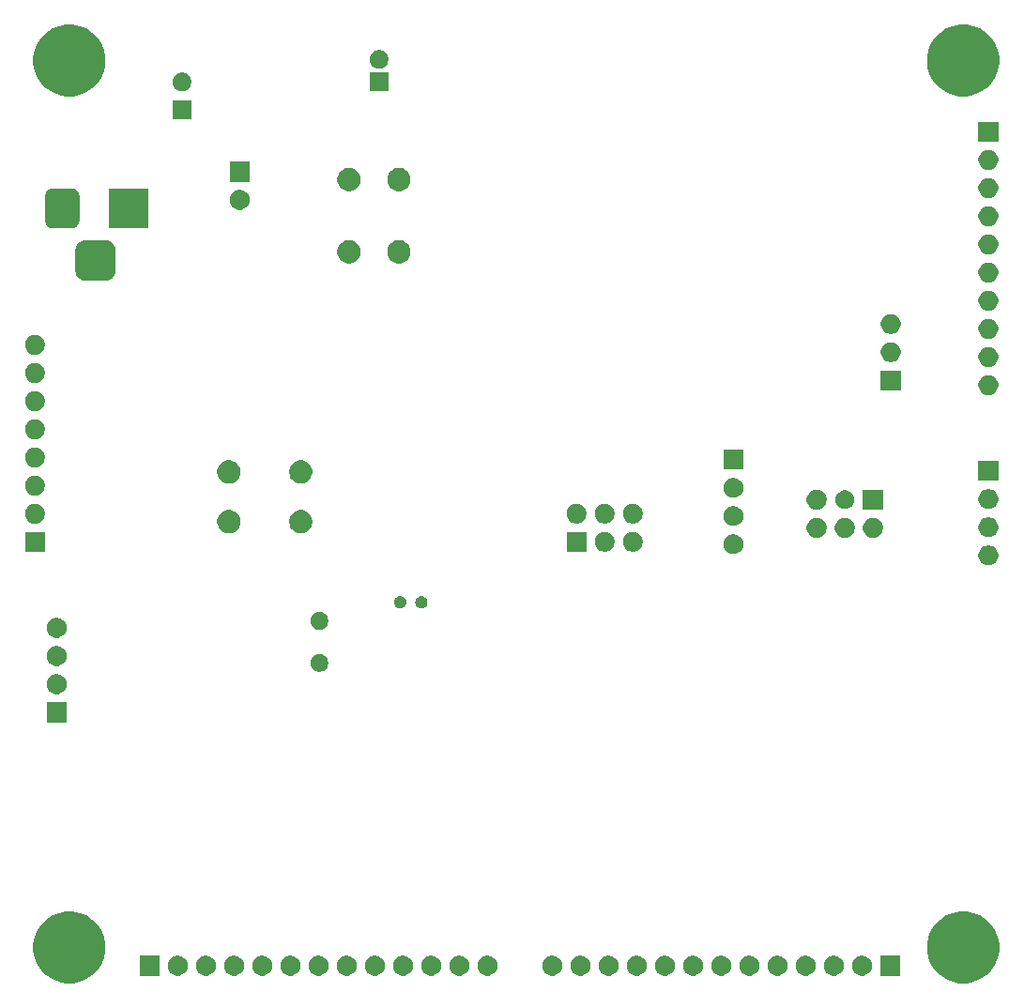
<source format=gbr>
G04 #@! TF.GenerationSoftware,KiCad,Pcbnew,(5.1.6)-1*
G04 #@! TF.CreationDate,2020-10-12T10:23:53+03:00*
G04 #@! TF.ProjectId,STM32_ESP8266_devboard,53544d33-325f-4455-9350-383236365f64,rev?*
G04 #@! TF.SameCoordinates,Original*
G04 #@! TF.FileFunction,Soldermask,Bot*
G04 #@! TF.FilePolarity,Negative*
%FSLAX46Y46*%
G04 Gerber Fmt 4.6, Leading zero omitted, Abs format (unit mm)*
G04 Created by KiCad (PCBNEW (5.1.6)-1) date 2020-10-12 10:23:53*
%MOMM*%
%LPD*%
G01*
G04 APERTURE LIST*
%ADD10C,0.100000*%
G04 APERTURE END LIST*
D10*
G36*
X206374239Y-130796467D02*
G01*
X206688282Y-130858934D01*
X207279926Y-131104001D01*
X207812392Y-131459784D01*
X208265216Y-131912608D01*
X208620999Y-132445074D01*
X208866066Y-133036718D01*
X208991000Y-133664804D01*
X208991000Y-134305196D01*
X208866066Y-134933282D01*
X208620999Y-135524926D01*
X208265216Y-136057392D01*
X207812392Y-136510216D01*
X207279926Y-136865999D01*
X206688282Y-137111066D01*
X206374239Y-137173533D01*
X206060197Y-137236000D01*
X205419803Y-137236000D01*
X205105761Y-137173533D01*
X204791718Y-137111066D01*
X204200074Y-136865999D01*
X203667608Y-136510216D01*
X203214784Y-136057392D01*
X202859001Y-135524926D01*
X202613934Y-134933282D01*
X202489000Y-134305196D01*
X202489000Y-133664804D01*
X202613934Y-133036718D01*
X202859001Y-132445074D01*
X203214784Y-131912608D01*
X203667608Y-131459784D01*
X204200074Y-131104001D01*
X204791718Y-130858934D01*
X205105761Y-130796467D01*
X205419803Y-130734000D01*
X206060197Y-130734000D01*
X206374239Y-130796467D01*
G37*
G36*
X125729239Y-130796467D02*
G01*
X126043282Y-130858934D01*
X126634926Y-131104001D01*
X127167392Y-131459784D01*
X127620216Y-131912608D01*
X127975999Y-132445074D01*
X128221066Y-133036718D01*
X128346000Y-133664804D01*
X128346000Y-134305196D01*
X128221066Y-134933282D01*
X127975999Y-135524926D01*
X127620216Y-136057392D01*
X127167392Y-136510216D01*
X126634926Y-136865999D01*
X126043282Y-137111066D01*
X125729239Y-137173533D01*
X125415197Y-137236000D01*
X124774803Y-137236000D01*
X124460761Y-137173533D01*
X124146718Y-137111066D01*
X123555074Y-136865999D01*
X123022608Y-136510216D01*
X122569784Y-136057392D01*
X122214001Y-135524926D01*
X121968934Y-134933282D01*
X121844000Y-134305196D01*
X121844000Y-133664804D01*
X121968934Y-133036718D01*
X122214001Y-132445074D01*
X122569784Y-131912608D01*
X123022608Y-131459784D01*
X123555074Y-131104001D01*
X124146718Y-130858934D01*
X124460761Y-130796467D01*
X124774803Y-130734000D01*
X125415197Y-130734000D01*
X125729239Y-130796467D01*
G37*
G36*
X200037000Y-136537000D02*
G01*
X198235000Y-136537000D01*
X198235000Y-134735000D01*
X200037000Y-134735000D01*
X200037000Y-136537000D01*
G37*
G36*
X133235000Y-136537000D02*
G01*
X131433000Y-136537000D01*
X131433000Y-134735000D01*
X133235000Y-134735000D01*
X133235000Y-136537000D01*
G37*
G36*
X134987512Y-134739927D02*
G01*
X135136812Y-134769624D01*
X135300784Y-134837544D01*
X135448354Y-134936147D01*
X135573853Y-135061646D01*
X135672456Y-135209216D01*
X135740376Y-135373188D01*
X135775000Y-135547259D01*
X135775000Y-135724741D01*
X135740376Y-135898812D01*
X135672456Y-136062784D01*
X135573853Y-136210354D01*
X135448354Y-136335853D01*
X135300784Y-136434456D01*
X135136812Y-136502376D01*
X134987512Y-136532073D01*
X134962742Y-136537000D01*
X134785258Y-136537000D01*
X134760488Y-136532073D01*
X134611188Y-136502376D01*
X134447216Y-136434456D01*
X134299646Y-136335853D01*
X134174147Y-136210354D01*
X134075544Y-136062784D01*
X134007624Y-135898812D01*
X133973000Y-135724741D01*
X133973000Y-135547259D01*
X134007624Y-135373188D01*
X134075544Y-135209216D01*
X134174147Y-135061646D01*
X134299646Y-134936147D01*
X134447216Y-134837544D01*
X134611188Y-134769624D01*
X134760488Y-134739927D01*
X134785258Y-134735000D01*
X134962742Y-134735000D01*
X134987512Y-134739927D01*
G37*
G36*
X137527512Y-134739927D02*
G01*
X137676812Y-134769624D01*
X137840784Y-134837544D01*
X137988354Y-134936147D01*
X138113853Y-135061646D01*
X138212456Y-135209216D01*
X138280376Y-135373188D01*
X138315000Y-135547259D01*
X138315000Y-135724741D01*
X138280376Y-135898812D01*
X138212456Y-136062784D01*
X138113853Y-136210354D01*
X137988354Y-136335853D01*
X137840784Y-136434456D01*
X137676812Y-136502376D01*
X137527512Y-136532073D01*
X137502742Y-136537000D01*
X137325258Y-136537000D01*
X137300488Y-136532073D01*
X137151188Y-136502376D01*
X136987216Y-136434456D01*
X136839646Y-136335853D01*
X136714147Y-136210354D01*
X136615544Y-136062784D01*
X136547624Y-135898812D01*
X136513000Y-135724741D01*
X136513000Y-135547259D01*
X136547624Y-135373188D01*
X136615544Y-135209216D01*
X136714147Y-135061646D01*
X136839646Y-134936147D01*
X136987216Y-134837544D01*
X137151188Y-134769624D01*
X137300488Y-134739927D01*
X137325258Y-134735000D01*
X137502742Y-134735000D01*
X137527512Y-134739927D01*
G37*
G36*
X140067512Y-134739927D02*
G01*
X140216812Y-134769624D01*
X140380784Y-134837544D01*
X140528354Y-134936147D01*
X140653853Y-135061646D01*
X140752456Y-135209216D01*
X140820376Y-135373188D01*
X140855000Y-135547259D01*
X140855000Y-135724741D01*
X140820376Y-135898812D01*
X140752456Y-136062784D01*
X140653853Y-136210354D01*
X140528354Y-136335853D01*
X140380784Y-136434456D01*
X140216812Y-136502376D01*
X140067512Y-136532073D01*
X140042742Y-136537000D01*
X139865258Y-136537000D01*
X139840488Y-136532073D01*
X139691188Y-136502376D01*
X139527216Y-136434456D01*
X139379646Y-136335853D01*
X139254147Y-136210354D01*
X139155544Y-136062784D01*
X139087624Y-135898812D01*
X139053000Y-135724741D01*
X139053000Y-135547259D01*
X139087624Y-135373188D01*
X139155544Y-135209216D01*
X139254147Y-135061646D01*
X139379646Y-134936147D01*
X139527216Y-134837544D01*
X139691188Y-134769624D01*
X139840488Y-134739927D01*
X139865258Y-134735000D01*
X140042742Y-134735000D01*
X140067512Y-134739927D01*
G37*
G36*
X142607512Y-134739927D02*
G01*
X142756812Y-134769624D01*
X142920784Y-134837544D01*
X143068354Y-134936147D01*
X143193853Y-135061646D01*
X143292456Y-135209216D01*
X143360376Y-135373188D01*
X143395000Y-135547259D01*
X143395000Y-135724741D01*
X143360376Y-135898812D01*
X143292456Y-136062784D01*
X143193853Y-136210354D01*
X143068354Y-136335853D01*
X142920784Y-136434456D01*
X142756812Y-136502376D01*
X142607512Y-136532073D01*
X142582742Y-136537000D01*
X142405258Y-136537000D01*
X142380488Y-136532073D01*
X142231188Y-136502376D01*
X142067216Y-136434456D01*
X141919646Y-136335853D01*
X141794147Y-136210354D01*
X141695544Y-136062784D01*
X141627624Y-135898812D01*
X141593000Y-135724741D01*
X141593000Y-135547259D01*
X141627624Y-135373188D01*
X141695544Y-135209216D01*
X141794147Y-135061646D01*
X141919646Y-134936147D01*
X142067216Y-134837544D01*
X142231188Y-134769624D01*
X142380488Y-134739927D01*
X142405258Y-134735000D01*
X142582742Y-134735000D01*
X142607512Y-134739927D01*
G37*
G36*
X145147512Y-134739927D02*
G01*
X145296812Y-134769624D01*
X145460784Y-134837544D01*
X145608354Y-134936147D01*
X145733853Y-135061646D01*
X145832456Y-135209216D01*
X145900376Y-135373188D01*
X145935000Y-135547259D01*
X145935000Y-135724741D01*
X145900376Y-135898812D01*
X145832456Y-136062784D01*
X145733853Y-136210354D01*
X145608354Y-136335853D01*
X145460784Y-136434456D01*
X145296812Y-136502376D01*
X145147512Y-136532073D01*
X145122742Y-136537000D01*
X144945258Y-136537000D01*
X144920488Y-136532073D01*
X144771188Y-136502376D01*
X144607216Y-136434456D01*
X144459646Y-136335853D01*
X144334147Y-136210354D01*
X144235544Y-136062784D01*
X144167624Y-135898812D01*
X144133000Y-135724741D01*
X144133000Y-135547259D01*
X144167624Y-135373188D01*
X144235544Y-135209216D01*
X144334147Y-135061646D01*
X144459646Y-134936147D01*
X144607216Y-134837544D01*
X144771188Y-134769624D01*
X144920488Y-134739927D01*
X144945258Y-134735000D01*
X145122742Y-134735000D01*
X145147512Y-134739927D01*
G37*
G36*
X147687512Y-134739927D02*
G01*
X147836812Y-134769624D01*
X148000784Y-134837544D01*
X148148354Y-134936147D01*
X148273853Y-135061646D01*
X148372456Y-135209216D01*
X148440376Y-135373188D01*
X148475000Y-135547259D01*
X148475000Y-135724741D01*
X148440376Y-135898812D01*
X148372456Y-136062784D01*
X148273853Y-136210354D01*
X148148354Y-136335853D01*
X148000784Y-136434456D01*
X147836812Y-136502376D01*
X147687512Y-136532073D01*
X147662742Y-136537000D01*
X147485258Y-136537000D01*
X147460488Y-136532073D01*
X147311188Y-136502376D01*
X147147216Y-136434456D01*
X146999646Y-136335853D01*
X146874147Y-136210354D01*
X146775544Y-136062784D01*
X146707624Y-135898812D01*
X146673000Y-135724741D01*
X146673000Y-135547259D01*
X146707624Y-135373188D01*
X146775544Y-135209216D01*
X146874147Y-135061646D01*
X146999646Y-134936147D01*
X147147216Y-134837544D01*
X147311188Y-134769624D01*
X147460488Y-134739927D01*
X147485258Y-134735000D01*
X147662742Y-134735000D01*
X147687512Y-134739927D01*
G37*
G36*
X150227512Y-134739927D02*
G01*
X150376812Y-134769624D01*
X150540784Y-134837544D01*
X150688354Y-134936147D01*
X150813853Y-135061646D01*
X150912456Y-135209216D01*
X150980376Y-135373188D01*
X151015000Y-135547259D01*
X151015000Y-135724741D01*
X150980376Y-135898812D01*
X150912456Y-136062784D01*
X150813853Y-136210354D01*
X150688354Y-136335853D01*
X150540784Y-136434456D01*
X150376812Y-136502376D01*
X150227512Y-136532073D01*
X150202742Y-136537000D01*
X150025258Y-136537000D01*
X150000488Y-136532073D01*
X149851188Y-136502376D01*
X149687216Y-136434456D01*
X149539646Y-136335853D01*
X149414147Y-136210354D01*
X149315544Y-136062784D01*
X149247624Y-135898812D01*
X149213000Y-135724741D01*
X149213000Y-135547259D01*
X149247624Y-135373188D01*
X149315544Y-135209216D01*
X149414147Y-135061646D01*
X149539646Y-134936147D01*
X149687216Y-134837544D01*
X149851188Y-134769624D01*
X150000488Y-134739927D01*
X150025258Y-134735000D01*
X150202742Y-134735000D01*
X150227512Y-134739927D01*
G37*
G36*
X152767512Y-134739927D02*
G01*
X152916812Y-134769624D01*
X153080784Y-134837544D01*
X153228354Y-134936147D01*
X153353853Y-135061646D01*
X153452456Y-135209216D01*
X153520376Y-135373188D01*
X153555000Y-135547259D01*
X153555000Y-135724741D01*
X153520376Y-135898812D01*
X153452456Y-136062784D01*
X153353853Y-136210354D01*
X153228354Y-136335853D01*
X153080784Y-136434456D01*
X152916812Y-136502376D01*
X152767512Y-136532073D01*
X152742742Y-136537000D01*
X152565258Y-136537000D01*
X152540488Y-136532073D01*
X152391188Y-136502376D01*
X152227216Y-136434456D01*
X152079646Y-136335853D01*
X151954147Y-136210354D01*
X151855544Y-136062784D01*
X151787624Y-135898812D01*
X151753000Y-135724741D01*
X151753000Y-135547259D01*
X151787624Y-135373188D01*
X151855544Y-135209216D01*
X151954147Y-135061646D01*
X152079646Y-134936147D01*
X152227216Y-134837544D01*
X152391188Y-134769624D01*
X152540488Y-134739927D01*
X152565258Y-134735000D01*
X152742742Y-134735000D01*
X152767512Y-134739927D01*
G37*
G36*
X155307512Y-134739927D02*
G01*
X155456812Y-134769624D01*
X155620784Y-134837544D01*
X155768354Y-134936147D01*
X155893853Y-135061646D01*
X155992456Y-135209216D01*
X156060376Y-135373188D01*
X156095000Y-135547259D01*
X156095000Y-135724741D01*
X156060376Y-135898812D01*
X155992456Y-136062784D01*
X155893853Y-136210354D01*
X155768354Y-136335853D01*
X155620784Y-136434456D01*
X155456812Y-136502376D01*
X155307512Y-136532073D01*
X155282742Y-136537000D01*
X155105258Y-136537000D01*
X155080488Y-136532073D01*
X154931188Y-136502376D01*
X154767216Y-136434456D01*
X154619646Y-136335853D01*
X154494147Y-136210354D01*
X154395544Y-136062784D01*
X154327624Y-135898812D01*
X154293000Y-135724741D01*
X154293000Y-135547259D01*
X154327624Y-135373188D01*
X154395544Y-135209216D01*
X154494147Y-135061646D01*
X154619646Y-134936147D01*
X154767216Y-134837544D01*
X154931188Y-134769624D01*
X155080488Y-134739927D01*
X155105258Y-134735000D01*
X155282742Y-134735000D01*
X155307512Y-134739927D01*
G37*
G36*
X157847512Y-134739927D02*
G01*
X157996812Y-134769624D01*
X158160784Y-134837544D01*
X158308354Y-134936147D01*
X158433853Y-135061646D01*
X158532456Y-135209216D01*
X158600376Y-135373188D01*
X158635000Y-135547259D01*
X158635000Y-135724741D01*
X158600376Y-135898812D01*
X158532456Y-136062784D01*
X158433853Y-136210354D01*
X158308354Y-136335853D01*
X158160784Y-136434456D01*
X157996812Y-136502376D01*
X157847512Y-136532073D01*
X157822742Y-136537000D01*
X157645258Y-136537000D01*
X157620488Y-136532073D01*
X157471188Y-136502376D01*
X157307216Y-136434456D01*
X157159646Y-136335853D01*
X157034147Y-136210354D01*
X156935544Y-136062784D01*
X156867624Y-135898812D01*
X156833000Y-135724741D01*
X156833000Y-135547259D01*
X156867624Y-135373188D01*
X156935544Y-135209216D01*
X157034147Y-135061646D01*
X157159646Y-134936147D01*
X157307216Y-134837544D01*
X157471188Y-134769624D01*
X157620488Y-134739927D01*
X157645258Y-134735000D01*
X157822742Y-134735000D01*
X157847512Y-134739927D01*
G37*
G36*
X160387512Y-134739927D02*
G01*
X160536812Y-134769624D01*
X160700784Y-134837544D01*
X160848354Y-134936147D01*
X160973853Y-135061646D01*
X161072456Y-135209216D01*
X161140376Y-135373188D01*
X161175000Y-135547259D01*
X161175000Y-135724741D01*
X161140376Y-135898812D01*
X161072456Y-136062784D01*
X160973853Y-136210354D01*
X160848354Y-136335853D01*
X160700784Y-136434456D01*
X160536812Y-136502376D01*
X160387512Y-136532073D01*
X160362742Y-136537000D01*
X160185258Y-136537000D01*
X160160488Y-136532073D01*
X160011188Y-136502376D01*
X159847216Y-136434456D01*
X159699646Y-136335853D01*
X159574147Y-136210354D01*
X159475544Y-136062784D01*
X159407624Y-135898812D01*
X159373000Y-135724741D01*
X159373000Y-135547259D01*
X159407624Y-135373188D01*
X159475544Y-135209216D01*
X159574147Y-135061646D01*
X159699646Y-134936147D01*
X159847216Y-134837544D01*
X160011188Y-134769624D01*
X160160488Y-134739927D01*
X160185258Y-134735000D01*
X160362742Y-134735000D01*
X160387512Y-134739927D01*
G37*
G36*
X191629512Y-134739927D02*
G01*
X191778812Y-134769624D01*
X191942784Y-134837544D01*
X192090354Y-134936147D01*
X192215853Y-135061646D01*
X192314456Y-135209216D01*
X192382376Y-135373188D01*
X192417000Y-135547259D01*
X192417000Y-135724741D01*
X192382376Y-135898812D01*
X192314456Y-136062784D01*
X192215853Y-136210354D01*
X192090354Y-136335853D01*
X191942784Y-136434456D01*
X191778812Y-136502376D01*
X191629512Y-136532073D01*
X191604742Y-136537000D01*
X191427258Y-136537000D01*
X191402488Y-136532073D01*
X191253188Y-136502376D01*
X191089216Y-136434456D01*
X190941646Y-136335853D01*
X190816147Y-136210354D01*
X190717544Y-136062784D01*
X190649624Y-135898812D01*
X190615000Y-135724741D01*
X190615000Y-135547259D01*
X190649624Y-135373188D01*
X190717544Y-135209216D01*
X190816147Y-135061646D01*
X190941646Y-134936147D01*
X191089216Y-134837544D01*
X191253188Y-134769624D01*
X191402488Y-134739927D01*
X191427258Y-134735000D01*
X191604742Y-134735000D01*
X191629512Y-134739927D01*
G37*
G36*
X162927512Y-134739927D02*
G01*
X163076812Y-134769624D01*
X163240784Y-134837544D01*
X163388354Y-134936147D01*
X163513853Y-135061646D01*
X163612456Y-135209216D01*
X163680376Y-135373188D01*
X163715000Y-135547259D01*
X163715000Y-135724741D01*
X163680376Y-135898812D01*
X163612456Y-136062784D01*
X163513853Y-136210354D01*
X163388354Y-136335853D01*
X163240784Y-136434456D01*
X163076812Y-136502376D01*
X162927512Y-136532073D01*
X162902742Y-136537000D01*
X162725258Y-136537000D01*
X162700488Y-136532073D01*
X162551188Y-136502376D01*
X162387216Y-136434456D01*
X162239646Y-136335853D01*
X162114147Y-136210354D01*
X162015544Y-136062784D01*
X161947624Y-135898812D01*
X161913000Y-135724741D01*
X161913000Y-135547259D01*
X161947624Y-135373188D01*
X162015544Y-135209216D01*
X162114147Y-135061646D01*
X162239646Y-134936147D01*
X162387216Y-134837544D01*
X162551188Y-134769624D01*
X162700488Y-134739927D01*
X162725258Y-134735000D01*
X162902742Y-134735000D01*
X162927512Y-134739927D01*
G37*
G36*
X168769512Y-134739927D02*
G01*
X168918812Y-134769624D01*
X169082784Y-134837544D01*
X169230354Y-134936147D01*
X169355853Y-135061646D01*
X169454456Y-135209216D01*
X169522376Y-135373188D01*
X169557000Y-135547259D01*
X169557000Y-135724741D01*
X169522376Y-135898812D01*
X169454456Y-136062784D01*
X169355853Y-136210354D01*
X169230354Y-136335853D01*
X169082784Y-136434456D01*
X168918812Y-136502376D01*
X168769512Y-136532073D01*
X168744742Y-136537000D01*
X168567258Y-136537000D01*
X168542488Y-136532073D01*
X168393188Y-136502376D01*
X168229216Y-136434456D01*
X168081646Y-136335853D01*
X167956147Y-136210354D01*
X167857544Y-136062784D01*
X167789624Y-135898812D01*
X167755000Y-135724741D01*
X167755000Y-135547259D01*
X167789624Y-135373188D01*
X167857544Y-135209216D01*
X167956147Y-135061646D01*
X168081646Y-134936147D01*
X168229216Y-134837544D01*
X168393188Y-134769624D01*
X168542488Y-134739927D01*
X168567258Y-134735000D01*
X168744742Y-134735000D01*
X168769512Y-134739927D01*
G37*
G36*
X196709512Y-134739927D02*
G01*
X196858812Y-134769624D01*
X197022784Y-134837544D01*
X197170354Y-134936147D01*
X197295853Y-135061646D01*
X197394456Y-135209216D01*
X197462376Y-135373188D01*
X197497000Y-135547259D01*
X197497000Y-135724741D01*
X197462376Y-135898812D01*
X197394456Y-136062784D01*
X197295853Y-136210354D01*
X197170354Y-136335853D01*
X197022784Y-136434456D01*
X196858812Y-136502376D01*
X196709512Y-136532073D01*
X196684742Y-136537000D01*
X196507258Y-136537000D01*
X196482488Y-136532073D01*
X196333188Y-136502376D01*
X196169216Y-136434456D01*
X196021646Y-136335853D01*
X195896147Y-136210354D01*
X195797544Y-136062784D01*
X195729624Y-135898812D01*
X195695000Y-135724741D01*
X195695000Y-135547259D01*
X195729624Y-135373188D01*
X195797544Y-135209216D01*
X195896147Y-135061646D01*
X196021646Y-134936147D01*
X196169216Y-134837544D01*
X196333188Y-134769624D01*
X196482488Y-134739927D01*
X196507258Y-134735000D01*
X196684742Y-134735000D01*
X196709512Y-134739927D01*
G37*
G36*
X194169512Y-134739927D02*
G01*
X194318812Y-134769624D01*
X194482784Y-134837544D01*
X194630354Y-134936147D01*
X194755853Y-135061646D01*
X194854456Y-135209216D01*
X194922376Y-135373188D01*
X194957000Y-135547259D01*
X194957000Y-135724741D01*
X194922376Y-135898812D01*
X194854456Y-136062784D01*
X194755853Y-136210354D01*
X194630354Y-136335853D01*
X194482784Y-136434456D01*
X194318812Y-136502376D01*
X194169512Y-136532073D01*
X194144742Y-136537000D01*
X193967258Y-136537000D01*
X193942488Y-136532073D01*
X193793188Y-136502376D01*
X193629216Y-136434456D01*
X193481646Y-136335853D01*
X193356147Y-136210354D01*
X193257544Y-136062784D01*
X193189624Y-135898812D01*
X193155000Y-135724741D01*
X193155000Y-135547259D01*
X193189624Y-135373188D01*
X193257544Y-135209216D01*
X193356147Y-135061646D01*
X193481646Y-134936147D01*
X193629216Y-134837544D01*
X193793188Y-134769624D01*
X193942488Y-134739927D01*
X193967258Y-134735000D01*
X194144742Y-134735000D01*
X194169512Y-134739927D01*
G37*
G36*
X189089512Y-134739927D02*
G01*
X189238812Y-134769624D01*
X189402784Y-134837544D01*
X189550354Y-134936147D01*
X189675853Y-135061646D01*
X189774456Y-135209216D01*
X189842376Y-135373188D01*
X189877000Y-135547259D01*
X189877000Y-135724741D01*
X189842376Y-135898812D01*
X189774456Y-136062784D01*
X189675853Y-136210354D01*
X189550354Y-136335853D01*
X189402784Y-136434456D01*
X189238812Y-136502376D01*
X189089512Y-136532073D01*
X189064742Y-136537000D01*
X188887258Y-136537000D01*
X188862488Y-136532073D01*
X188713188Y-136502376D01*
X188549216Y-136434456D01*
X188401646Y-136335853D01*
X188276147Y-136210354D01*
X188177544Y-136062784D01*
X188109624Y-135898812D01*
X188075000Y-135724741D01*
X188075000Y-135547259D01*
X188109624Y-135373188D01*
X188177544Y-135209216D01*
X188276147Y-135061646D01*
X188401646Y-134936147D01*
X188549216Y-134837544D01*
X188713188Y-134769624D01*
X188862488Y-134739927D01*
X188887258Y-134735000D01*
X189064742Y-134735000D01*
X189089512Y-134739927D01*
G37*
G36*
X186549512Y-134739927D02*
G01*
X186698812Y-134769624D01*
X186862784Y-134837544D01*
X187010354Y-134936147D01*
X187135853Y-135061646D01*
X187234456Y-135209216D01*
X187302376Y-135373188D01*
X187337000Y-135547259D01*
X187337000Y-135724741D01*
X187302376Y-135898812D01*
X187234456Y-136062784D01*
X187135853Y-136210354D01*
X187010354Y-136335853D01*
X186862784Y-136434456D01*
X186698812Y-136502376D01*
X186549512Y-136532073D01*
X186524742Y-136537000D01*
X186347258Y-136537000D01*
X186322488Y-136532073D01*
X186173188Y-136502376D01*
X186009216Y-136434456D01*
X185861646Y-136335853D01*
X185736147Y-136210354D01*
X185637544Y-136062784D01*
X185569624Y-135898812D01*
X185535000Y-135724741D01*
X185535000Y-135547259D01*
X185569624Y-135373188D01*
X185637544Y-135209216D01*
X185736147Y-135061646D01*
X185861646Y-134936147D01*
X186009216Y-134837544D01*
X186173188Y-134769624D01*
X186322488Y-134739927D01*
X186347258Y-134735000D01*
X186524742Y-134735000D01*
X186549512Y-134739927D01*
G37*
G36*
X184009512Y-134739927D02*
G01*
X184158812Y-134769624D01*
X184322784Y-134837544D01*
X184470354Y-134936147D01*
X184595853Y-135061646D01*
X184694456Y-135209216D01*
X184762376Y-135373188D01*
X184797000Y-135547259D01*
X184797000Y-135724741D01*
X184762376Y-135898812D01*
X184694456Y-136062784D01*
X184595853Y-136210354D01*
X184470354Y-136335853D01*
X184322784Y-136434456D01*
X184158812Y-136502376D01*
X184009512Y-136532073D01*
X183984742Y-136537000D01*
X183807258Y-136537000D01*
X183782488Y-136532073D01*
X183633188Y-136502376D01*
X183469216Y-136434456D01*
X183321646Y-136335853D01*
X183196147Y-136210354D01*
X183097544Y-136062784D01*
X183029624Y-135898812D01*
X182995000Y-135724741D01*
X182995000Y-135547259D01*
X183029624Y-135373188D01*
X183097544Y-135209216D01*
X183196147Y-135061646D01*
X183321646Y-134936147D01*
X183469216Y-134837544D01*
X183633188Y-134769624D01*
X183782488Y-134739927D01*
X183807258Y-134735000D01*
X183984742Y-134735000D01*
X184009512Y-134739927D01*
G37*
G36*
X181469512Y-134739927D02*
G01*
X181618812Y-134769624D01*
X181782784Y-134837544D01*
X181930354Y-134936147D01*
X182055853Y-135061646D01*
X182154456Y-135209216D01*
X182222376Y-135373188D01*
X182257000Y-135547259D01*
X182257000Y-135724741D01*
X182222376Y-135898812D01*
X182154456Y-136062784D01*
X182055853Y-136210354D01*
X181930354Y-136335853D01*
X181782784Y-136434456D01*
X181618812Y-136502376D01*
X181469512Y-136532073D01*
X181444742Y-136537000D01*
X181267258Y-136537000D01*
X181242488Y-136532073D01*
X181093188Y-136502376D01*
X180929216Y-136434456D01*
X180781646Y-136335853D01*
X180656147Y-136210354D01*
X180557544Y-136062784D01*
X180489624Y-135898812D01*
X180455000Y-135724741D01*
X180455000Y-135547259D01*
X180489624Y-135373188D01*
X180557544Y-135209216D01*
X180656147Y-135061646D01*
X180781646Y-134936147D01*
X180929216Y-134837544D01*
X181093188Y-134769624D01*
X181242488Y-134739927D01*
X181267258Y-134735000D01*
X181444742Y-134735000D01*
X181469512Y-134739927D01*
G37*
G36*
X178929512Y-134739927D02*
G01*
X179078812Y-134769624D01*
X179242784Y-134837544D01*
X179390354Y-134936147D01*
X179515853Y-135061646D01*
X179614456Y-135209216D01*
X179682376Y-135373188D01*
X179717000Y-135547259D01*
X179717000Y-135724741D01*
X179682376Y-135898812D01*
X179614456Y-136062784D01*
X179515853Y-136210354D01*
X179390354Y-136335853D01*
X179242784Y-136434456D01*
X179078812Y-136502376D01*
X178929512Y-136532073D01*
X178904742Y-136537000D01*
X178727258Y-136537000D01*
X178702488Y-136532073D01*
X178553188Y-136502376D01*
X178389216Y-136434456D01*
X178241646Y-136335853D01*
X178116147Y-136210354D01*
X178017544Y-136062784D01*
X177949624Y-135898812D01*
X177915000Y-135724741D01*
X177915000Y-135547259D01*
X177949624Y-135373188D01*
X178017544Y-135209216D01*
X178116147Y-135061646D01*
X178241646Y-134936147D01*
X178389216Y-134837544D01*
X178553188Y-134769624D01*
X178702488Y-134739927D01*
X178727258Y-134735000D01*
X178904742Y-134735000D01*
X178929512Y-134739927D01*
G37*
G36*
X176389512Y-134739927D02*
G01*
X176538812Y-134769624D01*
X176702784Y-134837544D01*
X176850354Y-134936147D01*
X176975853Y-135061646D01*
X177074456Y-135209216D01*
X177142376Y-135373188D01*
X177177000Y-135547259D01*
X177177000Y-135724741D01*
X177142376Y-135898812D01*
X177074456Y-136062784D01*
X176975853Y-136210354D01*
X176850354Y-136335853D01*
X176702784Y-136434456D01*
X176538812Y-136502376D01*
X176389512Y-136532073D01*
X176364742Y-136537000D01*
X176187258Y-136537000D01*
X176162488Y-136532073D01*
X176013188Y-136502376D01*
X175849216Y-136434456D01*
X175701646Y-136335853D01*
X175576147Y-136210354D01*
X175477544Y-136062784D01*
X175409624Y-135898812D01*
X175375000Y-135724741D01*
X175375000Y-135547259D01*
X175409624Y-135373188D01*
X175477544Y-135209216D01*
X175576147Y-135061646D01*
X175701646Y-134936147D01*
X175849216Y-134837544D01*
X176013188Y-134769624D01*
X176162488Y-134739927D01*
X176187258Y-134735000D01*
X176364742Y-134735000D01*
X176389512Y-134739927D01*
G37*
G36*
X173849512Y-134739927D02*
G01*
X173998812Y-134769624D01*
X174162784Y-134837544D01*
X174310354Y-134936147D01*
X174435853Y-135061646D01*
X174534456Y-135209216D01*
X174602376Y-135373188D01*
X174637000Y-135547259D01*
X174637000Y-135724741D01*
X174602376Y-135898812D01*
X174534456Y-136062784D01*
X174435853Y-136210354D01*
X174310354Y-136335853D01*
X174162784Y-136434456D01*
X173998812Y-136502376D01*
X173849512Y-136532073D01*
X173824742Y-136537000D01*
X173647258Y-136537000D01*
X173622488Y-136532073D01*
X173473188Y-136502376D01*
X173309216Y-136434456D01*
X173161646Y-136335853D01*
X173036147Y-136210354D01*
X172937544Y-136062784D01*
X172869624Y-135898812D01*
X172835000Y-135724741D01*
X172835000Y-135547259D01*
X172869624Y-135373188D01*
X172937544Y-135209216D01*
X173036147Y-135061646D01*
X173161646Y-134936147D01*
X173309216Y-134837544D01*
X173473188Y-134769624D01*
X173622488Y-134739927D01*
X173647258Y-134735000D01*
X173824742Y-134735000D01*
X173849512Y-134739927D01*
G37*
G36*
X171309512Y-134739927D02*
G01*
X171458812Y-134769624D01*
X171622784Y-134837544D01*
X171770354Y-134936147D01*
X171895853Y-135061646D01*
X171994456Y-135209216D01*
X172062376Y-135373188D01*
X172097000Y-135547259D01*
X172097000Y-135724741D01*
X172062376Y-135898812D01*
X171994456Y-136062784D01*
X171895853Y-136210354D01*
X171770354Y-136335853D01*
X171622784Y-136434456D01*
X171458812Y-136502376D01*
X171309512Y-136532073D01*
X171284742Y-136537000D01*
X171107258Y-136537000D01*
X171082488Y-136532073D01*
X170933188Y-136502376D01*
X170769216Y-136434456D01*
X170621646Y-136335853D01*
X170496147Y-136210354D01*
X170397544Y-136062784D01*
X170329624Y-135898812D01*
X170295000Y-135724741D01*
X170295000Y-135547259D01*
X170329624Y-135373188D01*
X170397544Y-135209216D01*
X170496147Y-135061646D01*
X170621646Y-134936147D01*
X170769216Y-134837544D01*
X170933188Y-134769624D01*
X171082488Y-134739927D01*
X171107258Y-134735000D01*
X171284742Y-134735000D01*
X171309512Y-134739927D01*
G37*
G36*
X124853000Y-113677000D02*
G01*
X123051000Y-113677000D01*
X123051000Y-111875000D01*
X124853000Y-111875000D01*
X124853000Y-113677000D01*
G37*
G36*
X124065512Y-109339927D02*
G01*
X124214812Y-109369624D01*
X124378784Y-109437544D01*
X124526354Y-109536147D01*
X124651853Y-109661646D01*
X124750456Y-109809216D01*
X124818376Y-109973188D01*
X124853000Y-110147259D01*
X124853000Y-110324741D01*
X124818376Y-110498812D01*
X124750456Y-110662784D01*
X124651853Y-110810354D01*
X124526354Y-110935853D01*
X124378784Y-111034456D01*
X124214812Y-111102376D01*
X124065512Y-111132073D01*
X124040742Y-111137000D01*
X123863258Y-111137000D01*
X123838488Y-111132073D01*
X123689188Y-111102376D01*
X123525216Y-111034456D01*
X123377646Y-110935853D01*
X123252147Y-110810354D01*
X123153544Y-110662784D01*
X123085624Y-110498812D01*
X123051000Y-110324741D01*
X123051000Y-110147259D01*
X123085624Y-109973188D01*
X123153544Y-109809216D01*
X123252147Y-109661646D01*
X123377646Y-109536147D01*
X123525216Y-109437544D01*
X123689188Y-109369624D01*
X123838488Y-109339927D01*
X123863258Y-109335000D01*
X124040742Y-109335000D01*
X124065512Y-109339927D01*
G37*
G36*
X147883642Y-107549781D02*
G01*
X148029414Y-107610162D01*
X148029416Y-107610163D01*
X148160608Y-107697822D01*
X148272178Y-107809392D01*
X148359837Y-107940584D01*
X148359838Y-107940586D01*
X148420219Y-108086358D01*
X148451000Y-108241107D01*
X148451000Y-108398893D01*
X148420219Y-108553642D01*
X148416601Y-108562376D01*
X148359837Y-108699416D01*
X148272178Y-108830608D01*
X148160608Y-108942178D01*
X148029416Y-109029837D01*
X148029415Y-109029838D01*
X148029414Y-109029838D01*
X147883642Y-109090219D01*
X147728893Y-109121000D01*
X147571107Y-109121000D01*
X147416358Y-109090219D01*
X147270586Y-109029838D01*
X147270585Y-109029838D01*
X147270584Y-109029837D01*
X147139392Y-108942178D01*
X147027822Y-108830608D01*
X146940163Y-108699416D01*
X146883399Y-108562376D01*
X146879781Y-108553642D01*
X146849000Y-108398893D01*
X146849000Y-108241107D01*
X146879781Y-108086358D01*
X146940162Y-107940586D01*
X146940163Y-107940584D01*
X147027822Y-107809392D01*
X147139392Y-107697822D01*
X147270584Y-107610163D01*
X147270586Y-107610162D01*
X147416358Y-107549781D01*
X147571107Y-107519000D01*
X147728893Y-107519000D01*
X147883642Y-107549781D01*
G37*
G36*
X124065512Y-106799927D02*
G01*
X124214812Y-106829624D01*
X124378784Y-106897544D01*
X124526354Y-106996147D01*
X124651853Y-107121646D01*
X124750456Y-107269216D01*
X124818376Y-107433188D01*
X124853000Y-107607259D01*
X124853000Y-107784741D01*
X124818376Y-107958812D01*
X124750456Y-108122784D01*
X124651853Y-108270354D01*
X124526354Y-108395853D01*
X124378784Y-108494456D01*
X124214812Y-108562376D01*
X124065512Y-108592073D01*
X124040742Y-108597000D01*
X123863258Y-108597000D01*
X123838488Y-108592073D01*
X123689188Y-108562376D01*
X123525216Y-108494456D01*
X123377646Y-108395853D01*
X123252147Y-108270354D01*
X123153544Y-108122784D01*
X123085624Y-107958812D01*
X123051000Y-107784741D01*
X123051000Y-107607259D01*
X123085624Y-107433188D01*
X123153544Y-107269216D01*
X123252147Y-107121646D01*
X123377646Y-106996147D01*
X123525216Y-106897544D01*
X123689188Y-106829624D01*
X123838488Y-106799927D01*
X123863258Y-106795000D01*
X124040742Y-106795000D01*
X124065512Y-106799927D01*
G37*
G36*
X124065512Y-104259927D02*
G01*
X124214812Y-104289624D01*
X124378784Y-104357544D01*
X124526354Y-104456147D01*
X124651853Y-104581646D01*
X124750456Y-104729216D01*
X124818376Y-104893188D01*
X124853000Y-105067259D01*
X124853000Y-105244741D01*
X124818376Y-105418812D01*
X124750456Y-105582784D01*
X124651853Y-105730354D01*
X124526354Y-105855853D01*
X124378784Y-105954456D01*
X124214812Y-106022376D01*
X124065512Y-106052073D01*
X124040742Y-106057000D01*
X123863258Y-106057000D01*
X123838488Y-106052073D01*
X123689188Y-106022376D01*
X123525216Y-105954456D01*
X123377646Y-105855853D01*
X123252147Y-105730354D01*
X123153544Y-105582784D01*
X123085624Y-105418812D01*
X123051000Y-105244741D01*
X123051000Y-105067259D01*
X123085624Y-104893188D01*
X123153544Y-104729216D01*
X123252147Y-104581646D01*
X123377646Y-104456147D01*
X123525216Y-104357544D01*
X123689188Y-104289624D01*
X123838488Y-104259927D01*
X123863258Y-104255000D01*
X124040742Y-104255000D01*
X124065512Y-104259927D01*
G37*
G36*
X147883642Y-103749781D02*
G01*
X148029414Y-103810162D01*
X148029416Y-103810163D01*
X148160608Y-103897822D01*
X148272178Y-104009392D01*
X148359837Y-104140584D01*
X148359838Y-104140586D01*
X148420219Y-104286358D01*
X148451000Y-104441107D01*
X148451000Y-104598893D01*
X148420219Y-104753642D01*
X148362417Y-104893188D01*
X148359837Y-104899416D01*
X148272178Y-105030608D01*
X148160608Y-105142178D01*
X148029416Y-105229837D01*
X148029415Y-105229838D01*
X148029414Y-105229838D01*
X147883642Y-105290219D01*
X147728893Y-105321000D01*
X147571107Y-105321000D01*
X147416358Y-105290219D01*
X147270586Y-105229838D01*
X147270585Y-105229838D01*
X147270584Y-105229837D01*
X147139392Y-105142178D01*
X147027822Y-105030608D01*
X146940163Y-104899416D01*
X146937583Y-104893188D01*
X146879781Y-104753642D01*
X146849000Y-104598893D01*
X146849000Y-104441107D01*
X146879781Y-104286358D01*
X146940162Y-104140586D01*
X146940163Y-104140584D01*
X147027822Y-104009392D01*
X147139392Y-103897822D01*
X147270584Y-103810163D01*
X147270586Y-103810162D01*
X147416358Y-103749781D01*
X147571107Y-103719000D01*
X147728893Y-103719000D01*
X147883642Y-103749781D01*
G37*
G36*
X157010721Y-102310174D02*
G01*
X157110995Y-102351709D01*
X157110996Y-102351710D01*
X157201242Y-102412010D01*
X157277990Y-102488758D01*
X157277991Y-102488760D01*
X157338291Y-102579005D01*
X157379826Y-102679279D01*
X157401000Y-102785730D01*
X157401000Y-102894270D01*
X157379826Y-103000721D01*
X157338291Y-103100995D01*
X157338290Y-103100996D01*
X157277990Y-103191242D01*
X157201242Y-103267990D01*
X157155812Y-103298345D01*
X157110995Y-103328291D01*
X157010721Y-103369826D01*
X156904270Y-103391000D01*
X156795730Y-103391000D01*
X156689279Y-103369826D01*
X156589005Y-103328291D01*
X156544188Y-103298345D01*
X156498758Y-103267990D01*
X156422010Y-103191242D01*
X156361710Y-103100996D01*
X156361709Y-103100995D01*
X156320174Y-103000721D01*
X156299000Y-102894270D01*
X156299000Y-102785730D01*
X156320174Y-102679279D01*
X156361709Y-102579005D01*
X156422009Y-102488760D01*
X156422010Y-102488758D01*
X156498758Y-102412010D01*
X156589004Y-102351710D01*
X156589005Y-102351709D01*
X156689279Y-102310174D01*
X156795730Y-102289000D01*
X156904270Y-102289000D01*
X157010721Y-102310174D01*
G37*
G36*
X155110721Y-102310174D02*
G01*
X155210995Y-102351709D01*
X155210996Y-102351710D01*
X155301242Y-102412010D01*
X155377990Y-102488758D01*
X155377991Y-102488760D01*
X155438291Y-102579005D01*
X155479826Y-102679279D01*
X155501000Y-102785730D01*
X155501000Y-102894270D01*
X155479826Y-103000721D01*
X155438291Y-103100995D01*
X155438290Y-103100996D01*
X155377990Y-103191242D01*
X155301242Y-103267990D01*
X155255812Y-103298345D01*
X155210995Y-103328291D01*
X155110721Y-103369826D01*
X155004270Y-103391000D01*
X154895730Y-103391000D01*
X154789279Y-103369826D01*
X154689005Y-103328291D01*
X154644188Y-103298345D01*
X154598758Y-103267990D01*
X154522010Y-103191242D01*
X154461710Y-103100996D01*
X154461709Y-103100995D01*
X154420174Y-103000721D01*
X154399000Y-102894270D01*
X154399000Y-102785730D01*
X154420174Y-102679279D01*
X154461709Y-102579005D01*
X154522009Y-102488760D01*
X154522010Y-102488758D01*
X154598758Y-102412010D01*
X154689004Y-102351710D01*
X154689005Y-102351709D01*
X154789279Y-102310174D01*
X154895730Y-102289000D01*
X155004270Y-102289000D01*
X155110721Y-102310174D01*
G37*
G36*
X208113512Y-97723927D02*
G01*
X208262812Y-97753624D01*
X208426784Y-97821544D01*
X208574354Y-97920147D01*
X208699853Y-98045646D01*
X208798456Y-98193216D01*
X208866376Y-98357188D01*
X208901000Y-98531259D01*
X208901000Y-98708741D01*
X208866376Y-98882812D01*
X208798456Y-99046784D01*
X208699853Y-99194354D01*
X208574354Y-99319853D01*
X208426784Y-99418456D01*
X208262812Y-99486376D01*
X208113512Y-99516073D01*
X208088742Y-99521000D01*
X207911258Y-99521000D01*
X207886488Y-99516073D01*
X207737188Y-99486376D01*
X207573216Y-99418456D01*
X207425646Y-99319853D01*
X207300147Y-99194354D01*
X207201544Y-99046784D01*
X207133624Y-98882812D01*
X207099000Y-98708741D01*
X207099000Y-98531259D01*
X207133624Y-98357188D01*
X207201544Y-98193216D01*
X207300147Y-98045646D01*
X207425646Y-97920147D01*
X207573216Y-97821544D01*
X207737188Y-97753624D01*
X207886488Y-97723927D01*
X207911258Y-97719000D01*
X208088742Y-97719000D01*
X208113512Y-97723927D01*
G37*
G36*
X185113512Y-96713927D02*
G01*
X185262812Y-96743624D01*
X185426784Y-96811544D01*
X185574354Y-96910147D01*
X185699853Y-97035646D01*
X185798456Y-97183216D01*
X185866376Y-97347188D01*
X185901000Y-97521259D01*
X185901000Y-97698741D01*
X185866376Y-97872812D01*
X185798456Y-98036784D01*
X185699853Y-98184354D01*
X185574354Y-98309853D01*
X185426784Y-98408456D01*
X185262812Y-98476376D01*
X185113512Y-98506073D01*
X185088742Y-98511000D01*
X184911258Y-98511000D01*
X184886488Y-98506073D01*
X184737188Y-98476376D01*
X184573216Y-98408456D01*
X184425646Y-98309853D01*
X184300147Y-98184354D01*
X184201544Y-98036784D01*
X184133624Y-97872812D01*
X184099000Y-97698741D01*
X184099000Y-97521259D01*
X184133624Y-97347188D01*
X184201544Y-97183216D01*
X184300147Y-97035646D01*
X184425646Y-96910147D01*
X184573216Y-96811544D01*
X184737188Y-96743624D01*
X184886488Y-96713927D01*
X184911258Y-96709000D01*
X185088742Y-96709000D01*
X185113512Y-96713927D01*
G37*
G36*
X122901000Y-98301000D02*
G01*
X121099000Y-98301000D01*
X121099000Y-96499000D01*
X122901000Y-96499000D01*
X122901000Y-98301000D01*
G37*
G36*
X176043512Y-96493927D02*
G01*
X176192812Y-96523624D01*
X176356784Y-96591544D01*
X176504354Y-96690147D01*
X176629853Y-96815646D01*
X176728456Y-96963216D01*
X176796376Y-97127188D01*
X176831000Y-97301259D01*
X176831000Y-97478741D01*
X176796376Y-97652812D01*
X176728456Y-97816784D01*
X176629853Y-97964354D01*
X176504354Y-98089853D01*
X176356784Y-98188456D01*
X176192812Y-98256376D01*
X176043512Y-98286073D01*
X176018742Y-98291000D01*
X175841258Y-98291000D01*
X175816488Y-98286073D01*
X175667188Y-98256376D01*
X175503216Y-98188456D01*
X175355646Y-98089853D01*
X175230147Y-97964354D01*
X175131544Y-97816784D01*
X175063624Y-97652812D01*
X175029000Y-97478741D01*
X175029000Y-97301259D01*
X175063624Y-97127188D01*
X175131544Y-96963216D01*
X175230147Y-96815646D01*
X175355646Y-96690147D01*
X175503216Y-96591544D01*
X175667188Y-96523624D01*
X175816488Y-96493927D01*
X175841258Y-96489000D01*
X176018742Y-96489000D01*
X176043512Y-96493927D01*
G37*
G36*
X173503512Y-96493927D02*
G01*
X173652812Y-96523624D01*
X173816784Y-96591544D01*
X173964354Y-96690147D01*
X174089853Y-96815646D01*
X174188456Y-96963216D01*
X174256376Y-97127188D01*
X174291000Y-97301259D01*
X174291000Y-97478741D01*
X174256376Y-97652812D01*
X174188456Y-97816784D01*
X174089853Y-97964354D01*
X173964354Y-98089853D01*
X173816784Y-98188456D01*
X173652812Y-98256376D01*
X173503512Y-98286073D01*
X173478742Y-98291000D01*
X173301258Y-98291000D01*
X173276488Y-98286073D01*
X173127188Y-98256376D01*
X172963216Y-98188456D01*
X172815646Y-98089853D01*
X172690147Y-97964354D01*
X172591544Y-97816784D01*
X172523624Y-97652812D01*
X172489000Y-97478741D01*
X172489000Y-97301259D01*
X172523624Y-97127188D01*
X172591544Y-96963216D01*
X172690147Y-96815646D01*
X172815646Y-96690147D01*
X172963216Y-96591544D01*
X173127188Y-96523624D01*
X173276488Y-96493927D01*
X173301258Y-96489000D01*
X173478742Y-96489000D01*
X173503512Y-96493927D01*
G37*
G36*
X171751000Y-98291000D02*
G01*
X169949000Y-98291000D01*
X169949000Y-96489000D01*
X171751000Y-96489000D01*
X171751000Y-98291000D01*
G37*
G36*
X195173512Y-95243927D02*
G01*
X195322812Y-95273624D01*
X195486784Y-95341544D01*
X195634354Y-95440147D01*
X195759853Y-95565646D01*
X195858456Y-95713216D01*
X195926376Y-95877188D01*
X195961000Y-96051259D01*
X195961000Y-96228741D01*
X195926376Y-96402812D01*
X195858456Y-96566784D01*
X195759853Y-96714354D01*
X195634354Y-96839853D01*
X195486784Y-96938456D01*
X195322812Y-97006376D01*
X195175658Y-97035646D01*
X195148742Y-97041000D01*
X194971258Y-97041000D01*
X194944342Y-97035646D01*
X194797188Y-97006376D01*
X194633216Y-96938456D01*
X194485646Y-96839853D01*
X194360147Y-96714354D01*
X194261544Y-96566784D01*
X194193624Y-96402812D01*
X194159000Y-96228741D01*
X194159000Y-96051259D01*
X194193624Y-95877188D01*
X194261544Y-95713216D01*
X194360147Y-95565646D01*
X194485646Y-95440147D01*
X194633216Y-95341544D01*
X194797188Y-95273624D01*
X194946488Y-95243927D01*
X194971258Y-95239000D01*
X195148742Y-95239000D01*
X195173512Y-95243927D01*
G37*
G36*
X197713512Y-95243927D02*
G01*
X197862812Y-95273624D01*
X198026784Y-95341544D01*
X198174354Y-95440147D01*
X198299853Y-95565646D01*
X198398456Y-95713216D01*
X198466376Y-95877188D01*
X198501000Y-96051259D01*
X198501000Y-96228741D01*
X198466376Y-96402812D01*
X198398456Y-96566784D01*
X198299853Y-96714354D01*
X198174354Y-96839853D01*
X198026784Y-96938456D01*
X197862812Y-97006376D01*
X197715658Y-97035646D01*
X197688742Y-97041000D01*
X197511258Y-97041000D01*
X197484342Y-97035646D01*
X197337188Y-97006376D01*
X197173216Y-96938456D01*
X197025646Y-96839853D01*
X196900147Y-96714354D01*
X196801544Y-96566784D01*
X196733624Y-96402812D01*
X196699000Y-96228741D01*
X196699000Y-96051259D01*
X196733624Y-95877188D01*
X196801544Y-95713216D01*
X196900147Y-95565646D01*
X197025646Y-95440147D01*
X197173216Y-95341544D01*
X197337188Y-95273624D01*
X197486488Y-95243927D01*
X197511258Y-95239000D01*
X197688742Y-95239000D01*
X197713512Y-95243927D01*
G37*
G36*
X192633512Y-95243927D02*
G01*
X192782812Y-95273624D01*
X192946784Y-95341544D01*
X193094354Y-95440147D01*
X193219853Y-95565646D01*
X193318456Y-95713216D01*
X193386376Y-95877188D01*
X193421000Y-96051259D01*
X193421000Y-96228741D01*
X193386376Y-96402812D01*
X193318456Y-96566784D01*
X193219853Y-96714354D01*
X193094354Y-96839853D01*
X192946784Y-96938456D01*
X192782812Y-97006376D01*
X192635658Y-97035646D01*
X192608742Y-97041000D01*
X192431258Y-97041000D01*
X192404342Y-97035646D01*
X192257188Y-97006376D01*
X192093216Y-96938456D01*
X191945646Y-96839853D01*
X191820147Y-96714354D01*
X191721544Y-96566784D01*
X191653624Y-96402812D01*
X191619000Y-96228741D01*
X191619000Y-96051259D01*
X191653624Y-95877188D01*
X191721544Y-95713216D01*
X191820147Y-95565646D01*
X191945646Y-95440147D01*
X192093216Y-95341544D01*
X192257188Y-95273624D01*
X192406488Y-95243927D01*
X192431258Y-95239000D01*
X192608742Y-95239000D01*
X192633512Y-95243927D01*
G37*
G36*
X208113512Y-95183927D02*
G01*
X208262812Y-95213624D01*
X208426784Y-95281544D01*
X208574354Y-95380147D01*
X208699853Y-95505646D01*
X208798456Y-95653216D01*
X208866376Y-95817188D01*
X208901000Y-95991259D01*
X208901000Y-96168741D01*
X208866376Y-96342812D01*
X208798456Y-96506784D01*
X208699853Y-96654354D01*
X208574354Y-96779853D01*
X208426784Y-96878456D01*
X208262812Y-96946376D01*
X208113512Y-96976073D01*
X208088742Y-96981000D01*
X207911258Y-96981000D01*
X207886488Y-96976073D01*
X207737188Y-96946376D01*
X207573216Y-96878456D01*
X207425646Y-96779853D01*
X207300147Y-96654354D01*
X207201544Y-96506784D01*
X207133624Y-96342812D01*
X207099000Y-96168741D01*
X207099000Y-95991259D01*
X207133624Y-95817188D01*
X207201544Y-95653216D01*
X207300147Y-95505646D01*
X207425646Y-95380147D01*
X207573216Y-95281544D01*
X207737188Y-95213624D01*
X207886488Y-95183927D01*
X207911258Y-95179000D01*
X208088742Y-95179000D01*
X208113512Y-95183927D01*
G37*
G36*
X139786564Y-94569389D02*
G01*
X139964803Y-94643218D01*
X139977835Y-94648616D01*
X140149973Y-94763635D01*
X140296365Y-94910027D01*
X140322234Y-94948742D01*
X140411385Y-95082167D01*
X140490611Y-95273436D01*
X140531000Y-95476484D01*
X140531000Y-95683516D01*
X140490611Y-95886564D01*
X140422392Y-96051259D01*
X140411384Y-96077835D01*
X140296365Y-96249973D01*
X140149973Y-96396365D01*
X139977835Y-96511384D01*
X139977834Y-96511385D01*
X139977833Y-96511385D01*
X139786564Y-96590611D01*
X139583516Y-96631000D01*
X139376484Y-96631000D01*
X139173436Y-96590611D01*
X138982167Y-96511385D01*
X138982166Y-96511385D01*
X138982165Y-96511384D01*
X138810027Y-96396365D01*
X138663635Y-96249973D01*
X138548616Y-96077835D01*
X138537608Y-96051259D01*
X138469389Y-95886564D01*
X138429000Y-95683516D01*
X138429000Y-95476484D01*
X138469389Y-95273436D01*
X138548615Y-95082167D01*
X138637767Y-94948742D01*
X138663635Y-94910027D01*
X138810027Y-94763635D01*
X138982165Y-94648616D01*
X138995197Y-94643218D01*
X139173436Y-94569389D01*
X139376484Y-94529000D01*
X139583516Y-94529000D01*
X139786564Y-94569389D01*
G37*
G36*
X146286564Y-94569389D02*
G01*
X146464803Y-94643218D01*
X146477835Y-94648616D01*
X146649973Y-94763635D01*
X146796365Y-94910027D01*
X146822234Y-94948742D01*
X146911385Y-95082167D01*
X146990611Y-95273436D01*
X147031000Y-95476484D01*
X147031000Y-95683516D01*
X146990611Y-95886564D01*
X146922392Y-96051259D01*
X146911384Y-96077835D01*
X146796365Y-96249973D01*
X146649973Y-96396365D01*
X146477835Y-96511384D01*
X146477834Y-96511385D01*
X146477833Y-96511385D01*
X146286564Y-96590611D01*
X146083516Y-96631000D01*
X145876484Y-96631000D01*
X145673436Y-96590611D01*
X145482167Y-96511385D01*
X145482166Y-96511385D01*
X145482165Y-96511384D01*
X145310027Y-96396365D01*
X145163635Y-96249973D01*
X145048616Y-96077835D01*
X145037608Y-96051259D01*
X144969389Y-95886564D01*
X144929000Y-95683516D01*
X144929000Y-95476484D01*
X144969389Y-95273436D01*
X145048615Y-95082167D01*
X145137767Y-94948742D01*
X145163635Y-94910027D01*
X145310027Y-94763635D01*
X145482165Y-94648616D01*
X145495197Y-94643218D01*
X145673436Y-94569389D01*
X145876484Y-94529000D01*
X146083516Y-94529000D01*
X146286564Y-94569389D01*
G37*
G36*
X185113512Y-94173927D02*
G01*
X185262812Y-94203624D01*
X185426784Y-94271544D01*
X185574354Y-94370147D01*
X185699853Y-94495646D01*
X185798456Y-94643216D01*
X185866376Y-94807188D01*
X185901000Y-94981259D01*
X185901000Y-95158741D01*
X185866376Y-95332812D01*
X185798456Y-95496784D01*
X185699853Y-95644354D01*
X185574354Y-95769853D01*
X185426784Y-95868456D01*
X185262812Y-95936376D01*
X185113512Y-95966073D01*
X185088742Y-95971000D01*
X184911258Y-95971000D01*
X184886488Y-95966073D01*
X184737188Y-95936376D01*
X184573216Y-95868456D01*
X184425646Y-95769853D01*
X184300147Y-95644354D01*
X184201544Y-95496784D01*
X184133624Y-95332812D01*
X184099000Y-95158741D01*
X184099000Y-94981259D01*
X184133624Y-94807188D01*
X184201544Y-94643216D01*
X184300147Y-94495646D01*
X184425646Y-94370147D01*
X184573216Y-94271544D01*
X184737188Y-94203624D01*
X184886488Y-94173927D01*
X184911258Y-94169000D01*
X185088742Y-94169000D01*
X185113512Y-94173927D01*
G37*
G36*
X122113512Y-93963927D02*
G01*
X122262812Y-93993624D01*
X122426784Y-94061544D01*
X122574354Y-94160147D01*
X122699853Y-94285646D01*
X122798456Y-94433216D01*
X122866376Y-94597188D01*
X122901000Y-94771259D01*
X122901000Y-94948741D01*
X122866376Y-95122812D01*
X122798456Y-95286784D01*
X122699853Y-95434354D01*
X122574354Y-95559853D01*
X122426784Y-95658456D01*
X122262812Y-95726376D01*
X122113512Y-95756073D01*
X122088742Y-95761000D01*
X121911258Y-95761000D01*
X121886488Y-95756073D01*
X121737188Y-95726376D01*
X121573216Y-95658456D01*
X121425646Y-95559853D01*
X121300147Y-95434354D01*
X121201544Y-95286784D01*
X121133624Y-95122812D01*
X121099000Y-94948741D01*
X121099000Y-94771259D01*
X121133624Y-94597188D01*
X121201544Y-94433216D01*
X121300147Y-94285646D01*
X121425646Y-94160147D01*
X121573216Y-94061544D01*
X121737188Y-93993624D01*
X121886488Y-93963927D01*
X121911258Y-93959000D01*
X122088742Y-93959000D01*
X122113512Y-93963927D01*
G37*
G36*
X173503512Y-93953927D02*
G01*
X173652812Y-93983624D01*
X173816784Y-94051544D01*
X173964354Y-94150147D01*
X174089853Y-94275646D01*
X174188456Y-94423216D01*
X174256376Y-94587188D01*
X174291000Y-94761259D01*
X174291000Y-94938741D01*
X174256376Y-95112812D01*
X174188456Y-95276784D01*
X174089853Y-95424354D01*
X173964354Y-95549853D01*
X173816784Y-95648456D01*
X173652812Y-95716376D01*
X173503512Y-95746073D01*
X173478742Y-95751000D01*
X173301258Y-95751000D01*
X173276488Y-95746073D01*
X173127188Y-95716376D01*
X172963216Y-95648456D01*
X172815646Y-95549853D01*
X172690147Y-95424354D01*
X172591544Y-95276784D01*
X172523624Y-95112812D01*
X172489000Y-94938741D01*
X172489000Y-94761259D01*
X172523624Y-94587188D01*
X172591544Y-94423216D01*
X172690147Y-94275646D01*
X172815646Y-94150147D01*
X172963216Y-94051544D01*
X173127188Y-93983624D01*
X173276488Y-93953927D01*
X173301258Y-93949000D01*
X173478742Y-93949000D01*
X173503512Y-93953927D01*
G37*
G36*
X176043512Y-93953927D02*
G01*
X176192812Y-93983624D01*
X176356784Y-94051544D01*
X176504354Y-94150147D01*
X176629853Y-94275646D01*
X176728456Y-94423216D01*
X176796376Y-94587188D01*
X176831000Y-94761259D01*
X176831000Y-94938741D01*
X176796376Y-95112812D01*
X176728456Y-95276784D01*
X176629853Y-95424354D01*
X176504354Y-95549853D01*
X176356784Y-95648456D01*
X176192812Y-95716376D01*
X176043512Y-95746073D01*
X176018742Y-95751000D01*
X175841258Y-95751000D01*
X175816488Y-95746073D01*
X175667188Y-95716376D01*
X175503216Y-95648456D01*
X175355646Y-95549853D01*
X175230147Y-95424354D01*
X175131544Y-95276784D01*
X175063624Y-95112812D01*
X175029000Y-94938741D01*
X175029000Y-94761259D01*
X175063624Y-94587188D01*
X175131544Y-94423216D01*
X175230147Y-94275646D01*
X175355646Y-94150147D01*
X175503216Y-94051544D01*
X175667188Y-93983624D01*
X175816488Y-93953927D01*
X175841258Y-93949000D01*
X176018742Y-93949000D01*
X176043512Y-93953927D01*
G37*
G36*
X170963512Y-93953927D02*
G01*
X171112812Y-93983624D01*
X171276784Y-94051544D01*
X171424354Y-94150147D01*
X171549853Y-94275646D01*
X171648456Y-94423216D01*
X171716376Y-94587188D01*
X171751000Y-94761259D01*
X171751000Y-94938741D01*
X171716376Y-95112812D01*
X171648456Y-95276784D01*
X171549853Y-95424354D01*
X171424354Y-95549853D01*
X171276784Y-95648456D01*
X171112812Y-95716376D01*
X170963512Y-95746073D01*
X170938742Y-95751000D01*
X170761258Y-95751000D01*
X170736488Y-95746073D01*
X170587188Y-95716376D01*
X170423216Y-95648456D01*
X170275646Y-95549853D01*
X170150147Y-95424354D01*
X170051544Y-95276784D01*
X169983624Y-95112812D01*
X169949000Y-94938741D01*
X169949000Y-94761259D01*
X169983624Y-94587188D01*
X170051544Y-94423216D01*
X170150147Y-94275646D01*
X170275646Y-94150147D01*
X170423216Y-94051544D01*
X170587188Y-93983624D01*
X170736488Y-93953927D01*
X170761258Y-93949000D01*
X170938742Y-93949000D01*
X170963512Y-93953927D01*
G37*
G36*
X192633512Y-92703927D02*
G01*
X192782812Y-92733624D01*
X192946784Y-92801544D01*
X193094354Y-92900147D01*
X193219853Y-93025646D01*
X193318456Y-93173216D01*
X193386376Y-93337188D01*
X193421000Y-93511259D01*
X193421000Y-93688741D01*
X193386376Y-93862812D01*
X193318456Y-94026784D01*
X193219853Y-94174354D01*
X193094354Y-94299853D01*
X192946784Y-94398456D01*
X192782812Y-94466376D01*
X192635658Y-94495646D01*
X192608742Y-94501000D01*
X192431258Y-94501000D01*
X192404342Y-94495646D01*
X192257188Y-94466376D01*
X192093216Y-94398456D01*
X191945646Y-94299853D01*
X191820147Y-94174354D01*
X191721544Y-94026784D01*
X191653624Y-93862812D01*
X191619000Y-93688741D01*
X191619000Y-93511259D01*
X191653624Y-93337188D01*
X191721544Y-93173216D01*
X191820147Y-93025646D01*
X191945646Y-92900147D01*
X192093216Y-92801544D01*
X192257188Y-92733624D01*
X192406488Y-92703927D01*
X192431258Y-92699000D01*
X192608742Y-92699000D01*
X192633512Y-92703927D01*
G37*
G36*
X198501000Y-94501000D02*
G01*
X196699000Y-94501000D01*
X196699000Y-92699000D01*
X198501000Y-92699000D01*
X198501000Y-94501000D01*
G37*
G36*
X195308228Y-92781703D02*
G01*
X195463100Y-92845853D01*
X195602481Y-92938985D01*
X195721015Y-93057519D01*
X195814147Y-93196900D01*
X195878297Y-93351772D01*
X195911000Y-93516184D01*
X195911000Y-93683816D01*
X195878297Y-93848228D01*
X195814147Y-94003100D01*
X195721015Y-94142481D01*
X195602481Y-94261015D01*
X195463100Y-94354147D01*
X195308228Y-94418297D01*
X195143816Y-94451000D01*
X194976184Y-94451000D01*
X194811772Y-94418297D01*
X194656900Y-94354147D01*
X194517519Y-94261015D01*
X194398985Y-94142481D01*
X194305853Y-94003100D01*
X194241703Y-93848228D01*
X194209000Y-93683816D01*
X194209000Y-93516184D01*
X194241703Y-93351772D01*
X194305853Y-93196900D01*
X194398985Y-93057519D01*
X194517519Y-92938985D01*
X194656900Y-92845853D01*
X194811772Y-92781703D01*
X194976184Y-92749000D01*
X195143816Y-92749000D01*
X195308228Y-92781703D01*
G37*
G36*
X208113512Y-92643927D02*
G01*
X208262812Y-92673624D01*
X208426784Y-92741544D01*
X208574354Y-92840147D01*
X208699853Y-92965646D01*
X208798456Y-93113216D01*
X208866376Y-93277188D01*
X208901000Y-93451259D01*
X208901000Y-93628741D01*
X208866376Y-93802812D01*
X208798456Y-93966784D01*
X208699853Y-94114354D01*
X208574354Y-94239853D01*
X208426784Y-94338456D01*
X208262812Y-94406376D01*
X208113512Y-94436073D01*
X208088742Y-94441000D01*
X207911258Y-94441000D01*
X207886488Y-94436073D01*
X207737188Y-94406376D01*
X207573216Y-94338456D01*
X207425646Y-94239853D01*
X207300147Y-94114354D01*
X207201544Y-93966784D01*
X207133624Y-93802812D01*
X207099000Y-93628741D01*
X207099000Y-93451259D01*
X207133624Y-93277188D01*
X207201544Y-93113216D01*
X207300147Y-92965646D01*
X207425646Y-92840147D01*
X207573216Y-92741544D01*
X207737188Y-92673624D01*
X207886488Y-92643927D01*
X207911258Y-92639000D01*
X208088742Y-92639000D01*
X208113512Y-92643927D01*
G37*
G36*
X185113512Y-91633927D02*
G01*
X185262812Y-91663624D01*
X185426784Y-91731544D01*
X185574354Y-91830147D01*
X185699853Y-91955646D01*
X185798456Y-92103216D01*
X185866376Y-92267188D01*
X185901000Y-92441259D01*
X185901000Y-92618741D01*
X185866376Y-92792812D01*
X185798456Y-92956784D01*
X185699853Y-93104354D01*
X185574354Y-93229853D01*
X185426784Y-93328456D01*
X185262812Y-93396376D01*
X185113512Y-93426073D01*
X185088742Y-93431000D01*
X184911258Y-93431000D01*
X184886488Y-93426073D01*
X184737188Y-93396376D01*
X184573216Y-93328456D01*
X184425646Y-93229853D01*
X184300147Y-93104354D01*
X184201544Y-92956784D01*
X184133624Y-92792812D01*
X184099000Y-92618741D01*
X184099000Y-92441259D01*
X184133624Y-92267188D01*
X184201544Y-92103216D01*
X184300147Y-91955646D01*
X184425646Y-91830147D01*
X184573216Y-91731544D01*
X184737188Y-91663624D01*
X184886488Y-91633927D01*
X184911258Y-91629000D01*
X185088742Y-91629000D01*
X185113512Y-91633927D01*
G37*
G36*
X122113512Y-91423927D02*
G01*
X122262812Y-91453624D01*
X122426784Y-91521544D01*
X122574354Y-91620147D01*
X122699853Y-91745646D01*
X122798456Y-91893216D01*
X122866376Y-92057188D01*
X122901000Y-92231259D01*
X122901000Y-92408741D01*
X122866376Y-92582812D01*
X122798456Y-92746784D01*
X122699853Y-92894354D01*
X122574354Y-93019853D01*
X122426784Y-93118456D01*
X122262812Y-93186376D01*
X122113512Y-93216073D01*
X122088742Y-93221000D01*
X121911258Y-93221000D01*
X121886488Y-93216073D01*
X121737188Y-93186376D01*
X121573216Y-93118456D01*
X121425646Y-93019853D01*
X121300147Y-92894354D01*
X121201544Y-92746784D01*
X121133624Y-92582812D01*
X121099000Y-92408741D01*
X121099000Y-92231259D01*
X121133624Y-92057188D01*
X121201544Y-91893216D01*
X121300147Y-91745646D01*
X121425646Y-91620147D01*
X121573216Y-91521544D01*
X121737188Y-91453624D01*
X121886488Y-91423927D01*
X121911258Y-91419000D01*
X122088742Y-91419000D01*
X122113512Y-91423927D01*
G37*
G36*
X146286564Y-90069389D02*
G01*
X146477833Y-90148615D01*
X146477835Y-90148616D01*
X146649973Y-90263635D01*
X146796365Y-90410027D01*
X146908906Y-90578456D01*
X146911385Y-90582167D01*
X146990611Y-90773436D01*
X147031000Y-90976484D01*
X147031000Y-91183516D01*
X146990611Y-91386564D01*
X146911385Y-91577833D01*
X146911384Y-91577835D01*
X146796365Y-91749973D01*
X146649973Y-91896365D01*
X146477835Y-92011384D01*
X146477834Y-92011385D01*
X146477833Y-92011385D01*
X146286564Y-92090611D01*
X146083516Y-92131000D01*
X145876484Y-92131000D01*
X145673436Y-92090611D01*
X145482167Y-92011385D01*
X145482166Y-92011385D01*
X145482165Y-92011384D01*
X145310027Y-91896365D01*
X145163635Y-91749973D01*
X145048616Y-91577835D01*
X145048615Y-91577833D01*
X144969389Y-91386564D01*
X144929000Y-91183516D01*
X144929000Y-90976484D01*
X144969389Y-90773436D01*
X145048615Y-90582167D01*
X145051095Y-90578456D01*
X145163635Y-90410027D01*
X145310027Y-90263635D01*
X145482165Y-90148616D01*
X145482167Y-90148615D01*
X145673436Y-90069389D01*
X145876484Y-90029000D01*
X146083516Y-90029000D01*
X146286564Y-90069389D01*
G37*
G36*
X139786564Y-90069389D02*
G01*
X139977833Y-90148615D01*
X139977835Y-90148616D01*
X140149973Y-90263635D01*
X140296365Y-90410027D01*
X140408906Y-90578456D01*
X140411385Y-90582167D01*
X140490611Y-90773436D01*
X140531000Y-90976484D01*
X140531000Y-91183516D01*
X140490611Y-91386564D01*
X140411385Y-91577833D01*
X140411384Y-91577835D01*
X140296365Y-91749973D01*
X140149973Y-91896365D01*
X139977835Y-92011384D01*
X139977834Y-92011385D01*
X139977833Y-92011385D01*
X139786564Y-92090611D01*
X139583516Y-92131000D01*
X139376484Y-92131000D01*
X139173436Y-92090611D01*
X138982167Y-92011385D01*
X138982166Y-92011385D01*
X138982165Y-92011384D01*
X138810027Y-91896365D01*
X138663635Y-91749973D01*
X138548616Y-91577835D01*
X138548615Y-91577833D01*
X138469389Y-91386564D01*
X138429000Y-91183516D01*
X138429000Y-90976484D01*
X138469389Y-90773436D01*
X138548615Y-90582167D01*
X138551095Y-90578456D01*
X138663635Y-90410027D01*
X138810027Y-90263635D01*
X138982165Y-90148616D01*
X138982167Y-90148615D01*
X139173436Y-90069389D01*
X139376484Y-90029000D01*
X139583516Y-90029000D01*
X139786564Y-90069389D01*
G37*
G36*
X208901000Y-91901000D02*
G01*
X207099000Y-91901000D01*
X207099000Y-90099000D01*
X208901000Y-90099000D01*
X208901000Y-91901000D01*
G37*
G36*
X185901000Y-90891000D02*
G01*
X184099000Y-90891000D01*
X184099000Y-89089000D01*
X185901000Y-89089000D01*
X185901000Y-90891000D01*
G37*
G36*
X122113512Y-88883927D02*
G01*
X122262812Y-88913624D01*
X122426784Y-88981544D01*
X122574354Y-89080147D01*
X122699853Y-89205646D01*
X122798456Y-89353216D01*
X122866376Y-89517188D01*
X122901000Y-89691259D01*
X122901000Y-89868741D01*
X122866376Y-90042812D01*
X122798456Y-90206784D01*
X122699853Y-90354354D01*
X122574354Y-90479853D01*
X122426784Y-90578456D01*
X122262812Y-90646376D01*
X122113512Y-90676073D01*
X122088742Y-90681000D01*
X121911258Y-90681000D01*
X121886488Y-90676073D01*
X121737188Y-90646376D01*
X121573216Y-90578456D01*
X121425646Y-90479853D01*
X121300147Y-90354354D01*
X121201544Y-90206784D01*
X121133624Y-90042812D01*
X121099000Y-89868741D01*
X121099000Y-89691259D01*
X121133624Y-89517188D01*
X121201544Y-89353216D01*
X121300147Y-89205646D01*
X121425646Y-89080147D01*
X121573216Y-88981544D01*
X121737188Y-88913624D01*
X121886488Y-88883927D01*
X121911258Y-88879000D01*
X122088742Y-88879000D01*
X122113512Y-88883927D01*
G37*
G36*
X122113512Y-86343927D02*
G01*
X122262812Y-86373624D01*
X122426784Y-86441544D01*
X122574354Y-86540147D01*
X122699853Y-86665646D01*
X122798456Y-86813216D01*
X122866376Y-86977188D01*
X122901000Y-87151259D01*
X122901000Y-87328741D01*
X122866376Y-87502812D01*
X122798456Y-87666784D01*
X122699853Y-87814354D01*
X122574354Y-87939853D01*
X122426784Y-88038456D01*
X122262812Y-88106376D01*
X122113512Y-88136073D01*
X122088742Y-88141000D01*
X121911258Y-88141000D01*
X121886488Y-88136073D01*
X121737188Y-88106376D01*
X121573216Y-88038456D01*
X121425646Y-87939853D01*
X121300147Y-87814354D01*
X121201544Y-87666784D01*
X121133624Y-87502812D01*
X121099000Y-87328741D01*
X121099000Y-87151259D01*
X121133624Y-86977188D01*
X121201544Y-86813216D01*
X121300147Y-86665646D01*
X121425646Y-86540147D01*
X121573216Y-86441544D01*
X121737188Y-86373624D01*
X121886488Y-86343927D01*
X121911258Y-86339000D01*
X122088742Y-86339000D01*
X122113512Y-86343927D01*
G37*
G36*
X122113512Y-83803927D02*
G01*
X122262812Y-83833624D01*
X122426784Y-83901544D01*
X122574354Y-84000147D01*
X122699853Y-84125646D01*
X122798456Y-84273216D01*
X122866376Y-84437188D01*
X122901000Y-84611259D01*
X122901000Y-84788741D01*
X122866376Y-84962812D01*
X122798456Y-85126784D01*
X122699853Y-85274354D01*
X122574354Y-85399853D01*
X122426784Y-85498456D01*
X122262812Y-85566376D01*
X122113512Y-85596073D01*
X122088742Y-85601000D01*
X121911258Y-85601000D01*
X121886488Y-85596073D01*
X121737188Y-85566376D01*
X121573216Y-85498456D01*
X121425646Y-85399853D01*
X121300147Y-85274354D01*
X121201544Y-85126784D01*
X121133624Y-84962812D01*
X121099000Y-84788741D01*
X121099000Y-84611259D01*
X121133624Y-84437188D01*
X121201544Y-84273216D01*
X121300147Y-84125646D01*
X121425646Y-84000147D01*
X121573216Y-83901544D01*
X121737188Y-83833624D01*
X121886488Y-83803927D01*
X121911258Y-83799000D01*
X122088742Y-83799000D01*
X122113512Y-83803927D01*
G37*
G36*
X208113512Y-82363927D02*
G01*
X208262812Y-82393624D01*
X208426784Y-82461544D01*
X208574354Y-82560147D01*
X208699853Y-82685646D01*
X208798456Y-82833216D01*
X208866376Y-82997188D01*
X208901000Y-83171259D01*
X208901000Y-83348741D01*
X208866376Y-83522812D01*
X208798456Y-83686784D01*
X208699853Y-83834354D01*
X208574354Y-83959853D01*
X208426784Y-84058456D01*
X208262812Y-84126376D01*
X208113512Y-84156073D01*
X208088742Y-84161000D01*
X207911258Y-84161000D01*
X207886488Y-84156073D01*
X207737188Y-84126376D01*
X207573216Y-84058456D01*
X207425646Y-83959853D01*
X207300147Y-83834354D01*
X207201544Y-83686784D01*
X207133624Y-83522812D01*
X207099000Y-83348741D01*
X207099000Y-83171259D01*
X207133624Y-82997188D01*
X207201544Y-82833216D01*
X207300147Y-82685646D01*
X207425646Y-82560147D01*
X207573216Y-82461544D01*
X207737188Y-82393624D01*
X207886488Y-82363927D01*
X207911258Y-82359000D01*
X208088742Y-82359000D01*
X208113512Y-82363927D01*
G37*
G36*
X200101000Y-83731000D02*
G01*
X198299000Y-83731000D01*
X198299000Y-81929000D01*
X200101000Y-81929000D01*
X200101000Y-83731000D01*
G37*
G36*
X122113512Y-81263927D02*
G01*
X122262812Y-81293624D01*
X122426784Y-81361544D01*
X122574354Y-81460147D01*
X122699853Y-81585646D01*
X122798456Y-81733216D01*
X122866376Y-81897188D01*
X122901000Y-82071259D01*
X122901000Y-82248741D01*
X122866376Y-82422812D01*
X122798456Y-82586784D01*
X122699853Y-82734354D01*
X122574354Y-82859853D01*
X122426784Y-82958456D01*
X122262812Y-83026376D01*
X122113512Y-83056073D01*
X122088742Y-83061000D01*
X121911258Y-83061000D01*
X121886488Y-83056073D01*
X121737188Y-83026376D01*
X121573216Y-82958456D01*
X121425646Y-82859853D01*
X121300147Y-82734354D01*
X121201544Y-82586784D01*
X121133624Y-82422812D01*
X121099000Y-82248741D01*
X121099000Y-82071259D01*
X121133624Y-81897188D01*
X121201544Y-81733216D01*
X121300147Y-81585646D01*
X121425646Y-81460147D01*
X121573216Y-81361544D01*
X121737188Y-81293624D01*
X121886488Y-81263927D01*
X121911258Y-81259000D01*
X122088742Y-81259000D01*
X122113512Y-81263927D01*
G37*
G36*
X208113512Y-79823927D02*
G01*
X208262812Y-79853624D01*
X208426784Y-79921544D01*
X208574354Y-80020147D01*
X208699853Y-80145646D01*
X208798456Y-80293216D01*
X208866376Y-80457188D01*
X208901000Y-80631259D01*
X208901000Y-80808741D01*
X208866376Y-80982812D01*
X208798456Y-81146784D01*
X208699853Y-81294354D01*
X208574354Y-81419853D01*
X208426784Y-81518456D01*
X208262812Y-81586376D01*
X208113512Y-81616073D01*
X208088742Y-81621000D01*
X207911258Y-81621000D01*
X207886488Y-81616073D01*
X207737188Y-81586376D01*
X207573216Y-81518456D01*
X207425646Y-81419853D01*
X207300147Y-81294354D01*
X207201544Y-81146784D01*
X207133624Y-80982812D01*
X207099000Y-80808741D01*
X207099000Y-80631259D01*
X207133624Y-80457188D01*
X207201544Y-80293216D01*
X207300147Y-80145646D01*
X207425646Y-80020147D01*
X207573216Y-79921544D01*
X207737188Y-79853624D01*
X207886488Y-79823927D01*
X207911258Y-79819000D01*
X208088742Y-79819000D01*
X208113512Y-79823927D01*
G37*
G36*
X199313512Y-79393927D02*
G01*
X199462812Y-79423624D01*
X199626784Y-79491544D01*
X199774354Y-79590147D01*
X199899853Y-79715646D01*
X199998456Y-79863216D01*
X200066376Y-80027188D01*
X200101000Y-80201259D01*
X200101000Y-80378741D01*
X200066376Y-80552812D01*
X199998456Y-80716784D01*
X199899853Y-80864354D01*
X199774354Y-80989853D01*
X199626784Y-81088456D01*
X199462812Y-81156376D01*
X199313512Y-81186073D01*
X199288742Y-81191000D01*
X199111258Y-81191000D01*
X199086488Y-81186073D01*
X198937188Y-81156376D01*
X198773216Y-81088456D01*
X198625646Y-80989853D01*
X198500147Y-80864354D01*
X198401544Y-80716784D01*
X198333624Y-80552812D01*
X198299000Y-80378741D01*
X198299000Y-80201259D01*
X198333624Y-80027188D01*
X198401544Y-79863216D01*
X198500147Y-79715646D01*
X198625646Y-79590147D01*
X198773216Y-79491544D01*
X198937188Y-79423624D01*
X199086488Y-79393927D01*
X199111258Y-79389000D01*
X199288742Y-79389000D01*
X199313512Y-79393927D01*
G37*
G36*
X122113512Y-78723927D02*
G01*
X122262812Y-78753624D01*
X122426784Y-78821544D01*
X122574354Y-78920147D01*
X122699853Y-79045646D01*
X122798456Y-79193216D01*
X122866376Y-79357188D01*
X122901000Y-79531259D01*
X122901000Y-79708741D01*
X122866376Y-79882812D01*
X122798456Y-80046784D01*
X122699853Y-80194354D01*
X122574354Y-80319853D01*
X122426784Y-80418456D01*
X122262812Y-80486376D01*
X122113512Y-80516073D01*
X122088742Y-80521000D01*
X121911258Y-80521000D01*
X121886488Y-80516073D01*
X121737188Y-80486376D01*
X121573216Y-80418456D01*
X121425646Y-80319853D01*
X121300147Y-80194354D01*
X121201544Y-80046784D01*
X121133624Y-79882812D01*
X121099000Y-79708741D01*
X121099000Y-79531259D01*
X121133624Y-79357188D01*
X121201544Y-79193216D01*
X121300147Y-79045646D01*
X121425646Y-78920147D01*
X121573216Y-78821544D01*
X121737188Y-78753624D01*
X121886488Y-78723927D01*
X121911258Y-78719000D01*
X122088742Y-78719000D01*
X122113512Y-78723927D01*
G37*
G36*
X208113512Y-77283927D02*
G01*
X208262812Y-77313624D01*
X208426784Y-77381544D01*
X208574354Y-77480147D01*
X208699853Y-77605646D01*
X208798456Y-77753216D01*
X208866376Y-77917188D01*
X208901000Y-78091259D01*
X208901000Y-78268741D01*
X208866376Y-78442812D01*
X208798456Y-78606784D01*
X208699853Y-78754354D01*
X208574354Y-78879853D01*
X208426784Y-78978456D01*
X208262812Y-79046376D01*
X208113512Y-79076073D01*
X208088742Y-79081000D01*
X207911258Y-79081000D01*
X207886488Y-79076073D01*
X207737188Y-79046376D01*
X207573216Y-78978456D01*
X207425646Y-78879853D01*
X207300147Y-78754354D01*
X207201544Y-78606784D01*
X207133624Y-78442812D01*
X207099000Y-78268741D01*
X207099000Y-78091259D01*
X207133624Y-77917188D01*
X207201544Y-77753216D01*
X207300147Y-77605646D01*
X207425646Y-77480147D01*
X207573216Y-77381544D01*
X207737188Y-77313624D01*
X207886488Y-77283927D01*
X207911258Y-77279000D01*
X208088742Y-77279000D01*
X208113512Y-77283927D01*
G37*
G36*
X199313512Y-76853927D02*
G01*
X199462812Y-76883624D01*
X199626784Y-76951544D01*
X199774354Y-77050147D01*
X199899853Y-77175646D01*
X199998456Y-77323216D01*
X200066376Y-77487188D01*
X200101000Y-77661259D01*
X200101000Y-77838741D01*
X200066376Y-78012812D01*
X199998456Y-78176784D01*
X199899853Y-78324354D01*
X199774354Y-78449853D01*
X199626784Y-78548456D01*
X199462812Y-78616376D01*
X199313512Y-78646073D01*
X199288742Y-78651000D01*
X199111258Y-78651000D01*
X199086488Y-78646073D01*
X198937188Y-78616376D01*
X198773216Y-78548456D01*
X198625646Y-78449853D01*
X198500147Y-78324354D01*
X198401544Y-78176784D01*
X198333624Y-78012812D01*
X198299000Y-77838741D01*
X198299000Y-77661259D01*
X198333624Y-77487188D01*
X198401544Y-77323216D01*
X198500147Y-77175646D01*
X198625646Y-77050147D01*
X198773216Y-76951544D01*
X198937188Y-76883624D01*
X199086488Y-76853927D01*
X199111258Y-76849000D01*
X199288742Y-76849000D01*
X199313512Y-76853927D01*
G37*
G36*
X208113512Y-74743927D02*
G01*
X208262812Y-74773624D01*
X208426784Y-74841544D01*
X208574354Y-74940147D01*
X208699853Y-75065646D01*
X208798456Y-75213216D01*
X208866376Y-75377188D01*
X208901000Y-75551259D01*
X208901000Y-75728741D01*
X208866376Y-75902812D01*
X208798456Y-76066784D01*
X208699853Y-76214354D01*
X208574354Y-76339853D01*
X208426784Y-76438456D01*
X208262812Y-76506376D01*
X208113512Y-76536073D01*
X208088742Y-76541000D01*
X207911258Y-76541000D01*
X207886488Y-76536073D01*
X207737188Y-76506376D01*
X207573216Y-76438456D01*
X207425646Y-76339853D01*
X207300147Y-76214354D01*
X207201544Y-76066784D01*
X207133624Y-75902812D01*
X207099000Y-75728741D01*
X207099000Y-75551259D01*
X207133624Y-75377188D01*
X207201544Y-75213216D01*
X207300147Y-75065646D01*
X207425646Y-74940147D01*
X207573216Y-74841544D01*
X207737188Y-74773624D01*
X207886488Y-74743927D01*
X207911258Y-74739000D01*
X208088742Y-74739000D01*
X208113512Y-74743927D01*
G37*
G36*
X208113512Y-72203927D02*
G01*
X208262812Y-72233624D01*
X208426784Y-72301544D01*
X208574354Y-72400147D01*
X208699853Y-72525646D01*
X208798456Y-72673216D01*
X208866376Y-72837188D01*
X208901000Y-73011259D01*
X208901000Y-73188741D01*
X208866376Y-73362812D01*
X208798456Y-73526784D01*
X208699853Y-73674354D01*
X208574354Y-73799853D01*
X208426784Y-73898456D01*
X208262812Y-73966376D01*
X208113512Y-73996073D01*
X208088742Y-74001000D01*
X207911258Y-74001000D01*
X207886488Y-73996073D01*
X207737188Y-73966376D01*
X207573216Y-73898456D01*
X207425646Y-73799853D01*
X207300147Y-73674354D01*
X207201544Y-73526784D01*
X207133624Y-73362812D01*
X207099000Y-73188741D01*
X207099000Y-73011259D01*
X207133624Y-72837188D01*
X207201544Y-72673216D01*
X207300147Y-72525646D01*
X207425646Y-72400147D01*
X207573216Y-72301544D01*
X207737188Y-72233624D01*
X207886488Y-72203927D01*
X207911258Y-72199000D01*
X208088742Y-72199000D01*
X208113512Y-72203927D01*
G37*
G36*
X128586366Y-70225695D02*
G01*
X128743460Y-70273349D01*
X128888231Y-70350731D01*
X129015128Y-70454872D01*
X129119269Y-70581769D01*
X129196651Y-70726540D01*
X129244305Y-70883634D01*
X129261000Y-71053140D01*
X129261000Y-72966860D01*
X129244305Y-73136366D01*
X129196651Y-73293460D01*
X129119269Y-73438231D01*
X129015128Y-73565128D01*
X128888231Y-73669269D01*
X128743460Y-73746651D01*
X128586366Y-73794305D01*
X128416860Y-73811000D01*
X126503140Y-73811000D01*
X126333634Y-73794305D01*
X126176540Y-73746651D01*
X126031769Y-73669269D01*
X125904872Y-73565128D01*
X125800731Y-73438231D01*
X125723349Y-73293460D01*
X125675695Y-73136366D01*
X125659000Y-72966860D01*
X125659000Y-71053140D01*
X125675695Y-70883634D01*
X125723349Y-70726540D01*
X125800731Y-70581769D01*
X125904872Y-70454872D01*
X126031769Y-70350731D01*
X126176540Y-70273349D01*
X126333634Y-70225695D01*
X126503140Y-70209000D01*
X128416860Y-70209000D01*
X128586366Y-70225695D01*
G37*
G36*
X155131564Y-70214389D02*
G01*
X155322833Y-70293615D01*
X155322835Y-70293616D01*
X155423326Y-70360762D01*
X155494973Y-70408635D01*
X155641365Y-70555027D01*
X155756385Y-70727167D01*
X155835611Y-70918436D01*
X155876000Y-71121484D01*
X155876000Y-71328516D01*
X155835611Y-71531564D01*
X155756385Y-71722833D01*
X155756384Y-71722835D01*
X155641365Y-71894973D01*
X155494973Y-72041365D01*
X155322835Y-72156384D01*
X155322834Y-72156385D01*
X155322833Y-72156385D01*
X155131564Y-72235611D01*
X154928516Y-72276000D01*
X154721484Y-72276000D01*
X154518436Y-72235611D01*
X154327167Y-72156385D01*
X154327166Y-72156385D01*
X154327165Y-72156384D01*
X154155027Y-72041365D01*
X154008635Y-71894973D01*
X153893616Y-71722835D01*
X153893615Y-71722833D01*
X153814389Y-71531564D01*
X153774000Y-71328516D01*
X153774000Y-71121484D01*
X153814389Y-70918436D01*
X153893615Y-70727167D01*
X154008635Y-70555027D01*
X154155027Y-70408635D01*
X154226674Y-70360762D01*
X154327165Y-70293616D01*
X154327167Y-70293615D01*
X154518436Y-70214389D01*
X154721484Y-70174000D01*
X154928516Y-70174000D01*
X155131564Y-70214389D01*
G37*
G36*
X150631564Y-70214389D02*
G01*
X150822833Y-70293615D01*
X150822835Y-70293616D01*
X150923326Y-70360762D01*
X150994973Y-70408635D01*
X151141365Y-70555027D01*
X151256385Y-70727167D01*
X151335611Y-70918436D01*
X151376000Y-71121484D01*
X151376000Y-71328516D01*
X151335611Y-71531564D01*
X151256385Y-71722833D01*
X151256384Y-71722835D01*
X151141365Y-71894973D01*
X150994973Y-72041365D01*
X150822835Y-72156384D01*
X150822834Y-72156385D01*
X150822833Y-72156385D01*
X150631564Y-72235611D01*
X150428516Y-72276000D01*
X150221484Y-72276000D01*
X150018436Y-72235611D01*
X149827167Y-72156385D01*
X149827166Y-72156385D01*
X149827165Y-72156384D01*
X149655027Y-72041365D01*
X149508635Y-71894973D01*
X149393616Y-71722835D01*
X149393615Y-71722833D01*
X149314389Y-71531564D01*
X149274000Y-71328516D01*
X149274000Y-71121484D01*
X149314389Y-70918436D01*
X149393615Y-70727167D01*
X149508635Y-70555027D01*
X149655027Y-70408635D01*
X149726674Y-70360762D01*
X149827165Y-70293616D01*
X149827167Y-70293615D01*
X150018436Y-70214389D01*
X150221484Y-70174000D01*
X150428516Y-70174000D01*
X150631564Y-70214389D01*
G37*
G36*
X208113512Y-69663927D02*
G01*
X208262812Y-69693624D01*
X208426784Y-69761544D01*
X208574354Y-69860147D01*
X208699853Y-69985646D01*
X208798456Y-70133216D01*
X208866376Y-70297188D01*
X208901000Y-70471259D01*
X208901000Y-70648741D01*
X208866376Y-70822812D01*
X208798456Y-70986784D01*
X208699853Y-71134354D01*
X208574354Y-71259853D01*
X208426784Y-71358456D01*
X208262812Y-71426376D01*
X208113512Y-71456073D01*
X208088742Y-71461000D01*
X207911258Y-71461000D01*
X207886488Y-71456073D01*
X207737188Y-71426376D01*
X207573216Y-71358456D01*
X207425646Y-71259853D01*
X207300147Y-71134354D01*
X207201544Y-70986784D01*
X207133624Y-70822812D01*
X207099000Y-70648741D01*
X207099000Y-70471259D01*
X207133624Y-70297188D01*
X207201544Y-70133216D01*
X207300147Y-69985646D01*
X207425646Y-69860147D01*
X207573216Y-69761544D01*
X207737188Y-69693624D01*
X207886488Y-69663927D01*
X207911258Y-69659000D01*
X208088742Y-69659000D01*
X208113512Y-69663927D01*
G37*
G36*
X132261000Y-69111000D02*
G01*
X128659000Y-69111000D01*
X128659000Y-65509000D01*
X132261000Y-65509000D01*
X132261000Y-69111000D01*
G37*
G36*
X125436979Y-65523293D02*
G01*
X125570625Y-65563834D01*
X125693784Y-65629664D01*
X125801740Y-65718260D01*
X125890336Y-65826216D01*
X125956166Y-65949375D01*
X125996707Y-66083021D01*
X126011000Y-66228140D01*
X126011000Y-68391860D01*
X125996707Y-68536979D01*
X125956166Y-68670625D01*
X125890336Y-68793784D01*
X125801740Y-68901740D01*
X125693784Y-68990336D01*
X125570625Y-69056166D01*
X125436979Y-69096707D01*
X125291860Y-69111000D01*
X123628140Y-69111000D01*
X123483021Y-69096707D01*
X123349375Y-69056166D01*
X123226216Y-68990336D01*
X123118260Y-68901740D01*
X123029664Y-68793784D01*
X122963834Y-68670625D01*
X122923293Y-68536979D01*
X122909000Y-68391860D01*
X122909000Y-66228140D01*
X122923293Y-66083021D01*
X122963834Y-65949375D01*
X123029664Y-65826216D01*
X123118260Y-65718260D01*
X123226216Y-65629664D01*
X123349375Y-65563834D01*
X123483021Y-65523293D01*
X123628140Y-65509000D01*
X125291860Y-65509000D01*
X125436979Y-65523293D01*
G37*
G36*
X208105598Y-67122353D02*
G01*
X208262812Y-67153624D01*
X208426784Y-67221544D01*
X208574354Y-67320147D01*
X208699853Y-67445646D01*
X208798456Y-67593216D01*
X208866376Y-67757188D01*
X208901000Y-67931259D01*
X208901000Y-68108741D01*
X208866376Y-68282812D01*
X208798456Y-68446784D01*
X208699853Y-68594354D01*
X208574354Y-68719853D01*
X208426784Y-68818456D01*
X208262812Y-68886376D01*
X208113512Y-68916073D01*
X208088742Y-68921000D01*
X207911258Y-68921000D01*
X207886488Y-68916073D01*
X207737188Y-68886376D01*
X207573216Y-68818456D01*
X207425646Y-68719853D01*
X207300147Y-68594354D01*
X207201544Y-68446784D01*
X207133624Y-68282812D01*
X207099000Y-68108741D01*
X207099000Y-67931259D01*
X207133624Y-67757188D01*
X207201544Y-67593216D01*
X207300147Y-67445646D01*
X207425646Y-67320147D01*
X207573216Y-67221544D01*
X207737188Y-67153624D01*
X207894402Y-67122353D01*
X207911258Y-67119000D01*
X208088742Y-67119000D01*
X208105598Y-67122353D01*
G37*
G36*
X140575512Y-65651927D02*
G01*
X140724812Y-65681624D01*
X140888784Y-65749544D01*
X141036354Y-65848147D01*
X141161853Y-65973646D01*
X141260456Y-66121216D01*
X141328376Y-66285188D01*
X141363000Y-66459259D01*
X141363000Y-66636741D01*
X141328376Y-66810812D01*
X141260456Y-66974784D01*
X141161853Y-67122354D01*
X141036354Y-67247853D01*
X140888784Y-67346456D01*
X140724812Y-67414376D01*
X140575512Y-67444073D01*
X140550742Y-67449000D01*
X140373258Y-67449000D01*
X140348488Y-67444073D01*
X140199188Y-67414376D01*
X140035216Y-67346456D01*
X139887646Y-67247853D01*
X139762147Y-67122354D01*
X139663544Y-66974784D01*
X139595624Y-66810812D01*
X139561000Y-66636741D01*
X139561000Y-66459259D01*
X139595624Y-66285188D01*
X139663544Y-66121216D01*
X139762147Y-65973646D01*
X139887646Y-65848147D01*
X140035216Y-65749544D01*
X140199188Y-65681624D01*
X140348488Y-65651927D01*
X140373258Y-65647000D01*
X140550742Y-65647000D01*
X140575512Y-65651927D01*
G37*
G36*
X208113512Y-64583927D02*
G01*
X208262812Y-64613624D01*
X208426784Y-64681544D01*
X208574354Y-64780147D01*
X208699853Y-64905646D01*
X208798456Y-65053216D01*
X208866376Y-65217188D01*
X208901000Y-65391259D01*
X208901000Y-65568741D01*
X208866376Y-65742812D01*
X208798456Y-65906784D01*
X208699853Y-66054354D01*
X208574354Y-66179853D01*
X208426784Y-66278456D01*
X208262812Y-66346376D01*
X208113512Y-66376073D01*
X208088742Y-66381000D01*
X207911258Y-66381000D01*
X207886488Y-66376073D01*
X207737188Y-66346376D01*
X207573216Y-66278456D01*
X207425646Y-66179853D01*
X207300147Y-66054354D01*
X207201544Y-65906784D01*
X207133624Y-65742812D01*
X207099000Y-65568741D01*
X207099000Y-65391259D01*
X207133624Y-65217188D01*
X207201544Y-65053216D01*
X207300147Y-64905646D01*
X207425646Y-64780147D01*
X207573216Y-64681544D01*
X207737188Y-64613624D01*
X207886488Y-64583927D01*
X207911258Y-64579000D01*
X208088742Y-64579000D01*
X208113512Y-64583927D01*
G37*
G36*
X155131564Y-63714389D02*
G01*
X155322833Y-63793615D01*
X155322835Y-63793616D01*
X155393750Y-63841000D01*
X155494973Y-63908635D01*
X155641365Y-64055027D01*
X155756385Y-64227167D01*
X155835611Y-64418436D01*
X155876000Y-64621484D01*
X155876000Y-64828516D01*
X155835611Y-65031564D01*
X155758723Y-65217188D01*
X155756384Y-65222835D01*
X155641365Y-65394973D01*
X155494973Y-65541365D01*
X155322835Y-65656384D01*
X155322834Y-65656385D01*
X155322833Y-65656385D01*
X155131564Y-65735611D01*
X154928516Y-65776000D01*
X154721484Y-65776000D01*
X154518436Y-65735611D01*
X154327167Y-65656385D01*
X154327166Y-65656385D01*
X154327165Y-65656384D01*
X154155027Y-65541365D01*
X154008635Y-65394973D01*
X153893616Y-65222835D01*
X153891277Y-65217188D01*
X153814389Y-65031564D01*
X153774000Y-64828516D01*
X153774000Y-64621484D01*
X153814389Y-64418436D01*
X153893615Y-64227167D01*
X154008635Y-64055027D01*
X154155027Y-63908635D01*
X154256250Y-63841000D01*
X154327165Y-63793616D01*
X154327167Y-63793615D01*
X154518436Y-63714389D01*
X154721484Y-63674000D01*
X154928516Y-63674000D01*
X155131564Y-63714389D01*
G37*
G36*
X150631564Y-63714389D02*
G01*
X150822833Y-63793615D01*
X150822835Y-63793616D01*
X150893750Y-63841000D01*
X150994973Y-63908635D01*
X151141365Y-64055027D01*
X151256385Y-64227167D01*
X151335611Y-64418436D01*
X151376000Y-64621484D01*
X151376000Y-64828516D01*
X151335611Y-65031564D01*
X151258723Y-65217188D01*
X151256384Y-65222835D01*
X151141365Y-65394973D01*
X150994973Y-65541365D01*
X150822835Y-65656384D01*
X150822834Y-65656385D01*
X150822833Y-65656385D01*
X150631564Y-65735611D01*
X150428516Y-65776000D01*
X150221484Y-65776000D01*
X150018436Y-65735611D01*
X149827167Y-65656385D01*
X149827166Y-65656385D01*
X149827165Y-65656384D01*
X149655027Y-65541365D01*
X149508635Y-65394973D01*
X149393616Y-65222835D01*
X149391277Y-65217188D01*
X149314389Y-65031564D01*
X149274000Y-64828516D01*
X149274000Y-64621484D01*
X149314389Y-64418436D01*
X149393615Y-64227167D01*
X149508635Y-64055027D01*
X149655027Y-63908635D01*
X149756250Y-63841000D01*
X149827165Y-63793616D01*
X149827167Y-63793615D01*
X150018436Y-63714389D01*
X150221484Y-63674000D01*
X150428516Y-63674000D01*
X150631564Y-63714389D01*
G37*
G36*
X141363000Y-64909000D02*
G01*
X139561000Y-64909000D01*
X139561000Y-63107000D01*
X141363000Y-63107000D01*
X141363000Y-64909000D01*
G37*
G36*
X208113512Y-62043927D02*
G01*
X208262812Y-62073624D01*
X208426784Y-62141544D01*
X208574354Y-62240147D01*
X208699853Y-62365646D01*
X208798456Y-62513216D01*
X208866376Y-62677188D01*
X208901000Y-62851259D01*
X208901000Y-63028741D01*
X208866376Y-63202812D01*
X208798456Y-63366784D01*
X208699853Y-63514354D01*
X208574354Y-63639853D01*
X208426784Y-63738456D01*
X208262812Y-63806376D01*
X208113512Y-63836073D01*
X208088742Y-63841000D01*
X207911258Y-63841000D01*
X207886488Y-63836073D01*
X207737188Y-63806376D01*
X207573216Y-63738456D01*
X207425646Y-63639853D01*
X207300147Y-63514354D01*
X207201544Y-63366784D01*
X207133624Y-63202812D01*
X207099000Y-63028741D01*
X207099000Y-62851259D01*
X207133624Y-62677188D01*
X207201544Y-62513216D01*
X207300147Y-62365646D01*
X207425646Y-62240147D01*
X207573216Y-62141544D01*
X207737188Y-62073624D01*
X207886488Y-62043927D01*
X207911258Y-62039000D01*
X208088742Y-62039000D01*
X208113512Y-62043927D01*
G37*
G36*
X208901000Y-61301000D02*
G01*
X207099000Y-61301000D01*
X207099000Y-59499000D01*
X208901000Y-59499000D01*
X208901000Y-61301000D01*
G37*
G36*
X136106000Y-59271000D02*
G01*
X134404000Y-59271000D01*
X134404000Y-57569000D01*
X136106000Y-57569000D01*
X136106000Y-59271000D01*
G37*
G36*
X206374239Y-50786467D02*
G01*
X206688282Y-50848934D01*
X207279926Y-51094001D01*
X207812392Y-51449784D01*
X208265216Y-51902608D01*
X208620999Y-52435074D01*
X208866066Y-53026718D01*
X208866066Y-53026719D01*
X208991000Y-53654803D01*
X208991000Y-54295197D01*
X208942104Y-54541015D01*
X208866066Y-54923282D01*
X208620999Y-55514926D01*
X208265216Y-56047392D01*
X207812392Y-56500216D01*
X207279926Y-56855999D01*
X206688282Y-57101066D01*
X206374239Y-57163533D01*
X206060197Y-57226000D01*
X205419803Y-57226000D01*
X205105761Y-57163533D01*
X204791718Y-57101066D01*
X204200074Y-56855999D01*
X203667608Y-56500216D01*
X203214784Y-56047392D01*
X202859001Y-55514926D01*
X202613934Y-54923282D01*
X202537896Y-54541015D01*
X202489000Y-54295197D01*
X202489000Y-53654803D01*
X202613934Y-53026719D01*
X202613934Y-53026718D01*
X202859001Y-52435074D01*
X203214784Y-51902608D01*
X203667608Y-51449784D01*
X204200074Y-51094001D01*
X204791718Y-50848934D01*
X205105761Y-50786467D01*
X205419803Y-50724000D01*
X206060197Y-50724000D01*
X206374239Y-50786467D01*
G37*
G36*
X125729239Y-50786467D02*
G01*
X126043282Y-50848934D01*
X126634926Y-51094001D01*
X127167392Y-51449784D01*
X127620216Y-51902608D01*
X127975999Y-52435074D01*
X128221066Y-53026718D01*
X128221066Y-53026719D01*
X128346000Y-53654803D01*
X128346000Y-54295197D01*
X128297104Y-54541015D01*
X128221066Y-54923282D01*
X127975999Y-55514926D01*
X127620216Y-56047392D01*
X127167392Y-56500216D01*
X126634926Y-56855999D01*
X126043282Y-57101066D01*
X125729239Y-57163533D01*
X125415197Y-57226000D01*
X124774803Y-57226000D01*
X124460761Y-57163533D01*
X124146718Y-57101066D01*
X123555074Y-56855999D01*
X123022608Y-56500216D01*
X122569784Y-56047392D01*
X122214001Y-55514926D01*
X121968934Y-54923282D01*
X121892896Y-54541015D01*
X121844000Y-54295197D01*
X121844000Y-53654803D01*
X121968934Y-53026719D01*
X121968934Y-53026718D01*
X122214001Y-52435074D01*
X122569784Y-51902608D01*
X123022608Y-51449784D01*
X123555074Y-51094001D01*
X124146718Y-50848934D01*
X124460761Y-50786467D01*
X124774803Y-50724000D01*
X125415197Y-50724000D01*
X125729239Y-50786467D01*
G37*
G36*
X135503228Y-55101703D02*
G01*
X135658100Y-55165853D01*
X135797481Y-55258985D01*
X135916015Y-55377519D01*
X136009147Y-55516900D01*
X136073297Y-55671772D01*
X136106000Y-55836184D01*
X136106000Y-56003816D01*
X136073297Y-56168228D01*
X136009147Y-56323100D01*
X135916015Y-56462481D01*
X135797481Y-56581015D01*
X135658100Y-56674147D01*
X135503228Y-56738297D01*
X135338816Y-56771000D01*
X135171184Y-56771000D01*
X135006772Y-56738297D01*
X134851900Y-56674147D01*
X134712519Y-56581015D01*
X134593985Y-56462481D01*
X134500853Y-56323100D01*
X134436703Y-56168228D01*
X134404000Y-56003816D01*
X134404000Y-55836184D01*
X134436703Y-55671772D01*
X134500853Y-55516900D01*
X134593985Y-55377519D01*
X134712519Y-55258985D01*
X134851900Y-55165853D01*
X135006772Y-55101703D01*
X135171184Y-55069000D01*
X135338816Y-55069000D01*
X135503228Y-55101703D01*
G37*
G36*
X153886000Y-56731000D02*
G01*
X152184000Y-56731000D01*
X152184000Y-55029000D01*
X153886000Y-55029000D01*
X153886000Y-56731000D01*
G37*
G36*
X153283228Y-53061703D02*
G01*
X153438100Y-53125853D01*
X153577481Y-53218985D01*
X153696015Y-53337519D01*
X153789147Y-53476900D01*
X153853297Y-53631772D01*
X153886000Y-53796184D01*
X153886000Y-53963816D01*
X153853297Y-54128228D01*
X153789147Y-54283100D01*
X153696015Y-54422481D01*
X153577481Y-54541015D01*
X153438100Y-54634147D01*
X153283228Y-54698297D01*
X153118816Y-54731000D01*
X152951184Y-54731000D01*
X152786772Y-54698297D01*
X152631900Y-54634147D01*
X152492519Y-54541015D01*
X152373985Y-54422481D01*
X152280853Y-54283100D01*
X152216703Y-54128228D01*
X152184000Y-53963816D01*
X152184000Y-53796184D01*
X152216703Y-53631772D01*
X152280853Y-53476900D01*
X152373985Y-53337519D01*
X152492519Y-53218985D01*
X152631900Y-53125853D01*
X152786772Y-53061703D01*
X152951184Y-53029000D01*
X153118816Y-53029000D01*
X153283228Y-53061703D01*
G37*
M02*

</source>
